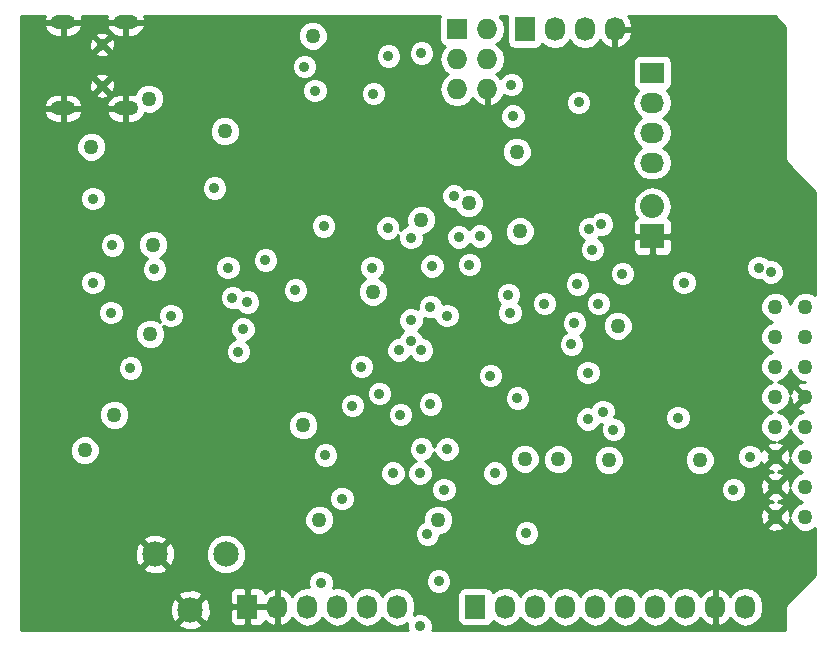
<source format=gbr>
G04 #@! TF.FileFunction,Copper,L3,Inr,Signal*
%FSLAX46Y46*%
G04 Gerber Fmt 4.6, Leading zero omitted, Abs format (unit mm)*
G04 Created by KiCad (PCBNEW (2015-01-06 BZR 5261)-product) date Thursday, April 09, 2015 'PMt' 11:27:51 PM*
%MOMM*%
G01*
G04 APERTURE LIST*
%ADD10C,0.152400*%
%ADD11C,1.270000*%
%ADD12C,2.150000*%
%ADD13R,1.727200X2.032000*%
%ADD14O,1.727200X2.032000*%
%ADD15R,2.032000X1.727200*%
%ADD16O,2.032000X1.727200*%
%ADD17R,2.032000X2.032000*%
%ADD18O,2.032000X2.032000*%
%ADD19O,2.100000X1.200000*%
%ADD20C,0.900000*%
%ADD21R,1.727200X1.727200*%
%ADD22O,1.727200X1.727200*%
%ADD23C,0.889000*%
%ADD24C,0.254000*%
G04 APERTURE END LIST*
D10*
D11*
X195326000Y-129413000D03*
X197866000Y-129413000D03*
X195326000Y-126873000D03*
X197866000Y-126873000D03*
X195326000Y-124333000D03*
X197866000Y-124333000D03*
X195326000Y-121793000D03*
X197866000Y-121793000D03*
X195326000Y-119253000D03*
X197866000Y-119253000D03*
X195326000Y-116713000D03*
X197866000Y-116713000D03*
X195326000Y-114173000D03*
X197866000Y-114173000D03*
X195326000Y-111633000D03*
X197866000Y-111633000D03*
D12*
X142796000Y-132588000D03*
X148796000Y-132588000D03*
X145796000Y-137288000D03*
D13*
X150622000Y-137033000D03*
D14*
X153162000Y-137033000D03*
X155702000Y-137033000D03*
X158242000Y-137033000D03*
X160782000Y-137033000D03*
X163322000Y-137033000D03*
D13*
X169926000Y-137033000D03*
D14*
X172466000Y-137033000D03*
X175006000Y-137033000D03*
X177546000Y-137033000D03*
X180086000Y-137033000D03*
X182626000Y-137033000D03*
X185166000Y-137033000D03*
X187706000Y-137033000D03*
X190246000Y-137033000D03*
X192786000Y-137033000D03*
D15*
X184912000Y-91821000D03*
D16*
X184912000Y-94361000D03*
X184912000Y-96901000D03*
X184912000Y-99441000D03*
D17*
X184912000Y-105664000D03*
D18*
X184912000Y-103124000D03*
D19*
X140323000Y-87536000D03*
X140323000Y-94836000D03*
X135023000Y-94836000D03*
X135023000Y-87536000D03*
D20*
X138323000Y-89436000D03*
X138323000Y-92936000D03*
D21*
X168402000Y-88138000D03*
D22*
X170942000Y-88138000D03*
X168402000Y-90678000D03*
X170942000Y-90678000D03*
X168402000Y-93218000D03*
X170942000Y-93218000D03*
D13*
X174117000Y-88138000D03*
D14*
X176657000Y-88138000D03*
X179197000Y-88138000D03*
X181737000Y-88138000D03*
D11*
X156718000Y-129667000D03*
X139344400Y-120802400D03*
X137414000Y-98094800D03*
X142290800Y-94030800D03*
X142392400Y-113944400D03*
X155346400Y-121666000D03*
X176936400Y-124561600D03*
X166776400Y-129692400D03*
X181203600Y-124612400D03*
X181965600Y-113233200D03*
X169367200Y-102870000D03*
X173685200Y-105257600D03*
X136855200Y-123799600D03*
X156159200Y-88696800D03*
X142646400Y-106375200D03*
X188925200Y-124612400D03*
X174091600Y-124506010D03*
X148717000Y-96774000D03*
X165354000Y-104267000D03*
X173434195Y-98506858D03*
X161243990Y-110363000D03*
D23*
X156768800Y-113690400D03*
X146558000Y-111887000D03*
X145669000Y-88011000D03*
X145542000Y-90678000D03*
X132715000Y-111252000D03*
X133477000Y-116840000D03*
X134620000Y-122936000D03*
X145034000Y-122555000D03*
X192278000Y-107950000D03*
X189103000Y-110490000D03*
X190754000Y-118999000D03*
X188112400Y-130708400D03*
X184200800Y-124815600D03*
X172669200Y-120700800D03*
X163728400Y-128778000D03*
X145491200Y-109372400D03*
X145694400Y-94183200D03*
X146253200Y-117805200D03*
X154940000Y-103835200D03*
X157480000Y-109169200D03*
X167640000Y-125120400D03*
X176936400Y-109829600D03*
X165709600Y-87782400D03*
X144018000Y-104800400D03*
X133553200Y-103632000D03*
X138633200Y-113588800D03*
X142646400Y-117094000D03*
X145846800Y-126644400D03*
X167944800Y-115570000D03*
X151003000Y-97282000D03*
X161036000Y-96139000D03*
X152273000Y-115443000D03*
X162306000Y-109220000D03*
X152400000Y-100711000D03*
X180594000Y-104648000D03*
X148971000Y-108331000D03*
X139192000Y-106426000D03*
X157226000Y-124206000D03*
X162941000Y-125730000D03*
X165227000Y-125730000D03*
X179578000Y-105029000D03*
X180340000Y-111379000D03*
X179451000Y-117221000D03*
X179451000Y-121158000D03*
X174244000Y-130810000D03*
X167259000Y-127127000D03*
X162560000Y-90424000D03*
X164465000Y-105791000D03*
X172974000Y-92837000D03*
X173098346Y-95503722D03*
X178562000Y-109728000D03*
X178308000Y-113030000D03*
X172847000Y-112141000D03*
X172720000Y-110617000D03*
X165354000Y-90170000D03*
X166116000Y-119888000D03*
X150241000Y-113538000D03*
X150622000Y-111252000D03*
X152146000Y-107696000D03*
X154686000Y-110236000D03*
X160274000Y-116713000D03*
X144145000Y-112395000D03*
X171577000Y-125730000D03*
X193167000Y-124333000D03*
X193929000Y-108331000D03*
X156845000Y-135001000D03*
X191770000Y-127127000D03*
X194945000Y-108712000D03*
X165354000Y-123698000D03*
X163576000Y-120777000D03*
X167509111Y-123701889D03*
X164465000Y-114554000D03*
X163449000Y-115316000D03*
X164465000Y-112776000D03*
X173482000Y-119380000D03*
X180721000Y-120523000D03*
X187071000Y-121031000D03*
X165354000Y-115316000D03*
X181610000Y-122047000D03*
X171196000Y-117475000D03*
X166116000Y-111633000D03*
X178054000Y-114808000D03*
X166243000Y-108204000D03*
X147828000Y-101600000D03*
X168529000Y-105727500D03*
X167513000Y-112395000D03*
X175768000Y-111379000D03*
X187579000Y-109601000D03*
X169418000Y-108077000D03*
X161163000Y-108331000D03*
X139065000Y-112141000D03*
X142748000Y-108458000D03*
X149352000Y-110871000D03*
X149860000Y-115443000D03*
X140716000Y-116840000D03*
X179832000Y-106807000D03*
X182372000Y-108839000D03*
X137541000Y-102489000D03*
X155448000Y-91313000D03*
X158635231Y-127876769D03*
X166814500Y-134874000D03*
X165862000Y-130873500D03*
X170307000Y-105664000D03*
X165227000Y-138684000D03*
X159512000Y-120015000D03*
X161798000Y-118999000D03*
X137541000Y-109601000D03*
X178663600Y-94335600D03*
X168097200Y-102260400D03*
X162509200Y-104952800D03*
X157073600Y-104800400D03*
X156337000Y-93345000D03*
X161290000Y-93599000D03*
D24*
G36*
X198059747Y-119267142D02*
X197880142Y-119446747D01*
X197866000Y-119432605D01*
X197157472Y-120141133D01*
X197211303Y-120370179D01*
X197651546Y-120522812D01*
X197614490Y-120522780D01*
X197147542Y-120715718D01*
X196789974Y-121072663D01*
X196596221Y-121539273D01*
X196596219Y-121541487D01*
X196403282Y-121074542D01*
X196046337Y-120716974D01*
X195579727Y-120523221D01*
X195577512Y-120523219D01*
X196044458Y-120330282D01*
X196402026Y-119973337D01*
X196595779Y-119506727D01*
X196595968Y-119289929D01*
X196613094Y-119580023D01*
X196748821Y-119907697D01*
X196977867Y-119961528D01*
X197686395Y-119253000D01*
X196977867Y-118544472D01*
X196748821Y-118598303D01*
X196596187Y-119038546D01*
X196596220Y-119001490D01*
X196403282Y-118534542D01*
X196046337Y-118176974D01*
X195579727Y-117983221D01*
X195577512Y-117983219D01*
X196044458Y-117790282D01*
X196402026Y-117433337D01*
X196595779Y-116966727D01*
X196595780Y-116964512D01*
X196788718Y-117431458D01*
X197145663Y-117789026D01*
X197612273Y-117982779D01*
X197829070Y-117982968D01*
X197538977Y-118000094D01*
X197211303Y-118135821D01*
X197157472Y-118364867D01*
X197866000Y-119073395D01*
X197880142Y-119059252D01*
X198059747Y-119238857D01*
X198045605Y-119253000D01*
X198059747Y-119267142D01*
X198059747Y-119267142D01*
G37*
X198059747Y-119267142D02*
X197880142Y-119446747D01*
X197866000Y-119432605D01*
X197157472Y-120141133D01*
X197211303Y-120370179D01*
X197651546Y-120522812D01*
X197614490Y-120522780D01*
X197147542Y-120715718D01*
X196789974Y-121072663D01*
X196596221Y-121539273D01*
X196596219Y-121541487D01*
X196403282Y-121074542D01*
X196046337Y-120716974D01*
X195579727Y-120523221D01*
X195577512Y-120523219D01*
X196044458Y-120330282D01*
X196402026Y-119973337D01*
X196595779Y-119506727D01*
X196595968Y-119289929D01*
X196613094Y-119580023D01*
X196748821Y-119907697D01*
X196977867Y-119961528D01*
X197686395Y-119253000D01*
X196977867Y-118544472D01*
X196748821Y-118598303D01*
X196596187Y-119038546D01*
X196596220Y-119001490D01*
X196403282Y-118534542D01*
X196046337Y-118176974D01*
X195579727Y-117983221D01*
X195577512Y-117983219D01*
X196044458Y-117790282D01*
X196402026Y-117433337D01*
X196595779Y-116966727D01*
X196595780Y-116964512D01*
X196788718Y-117431458D01*
X197145663Y-117789026D01*
X197612273Y-117982779D01*
X197829070Y-117982968D01*
X197538977Y-118000094D01*
X197211303Y-118135821D01*
X197157472Y-118364867D01*
X197866000Y-119073395D01*
X197880142Y-119059252D01*
X198059747Y-119238857D01*
X198045605Y-119253000D01*
X198059747Y-119267142D01*
G36*
X198705000Y-134336264D02*
X196365632Y-136675632D01*
X196217143Y-136897862D01*
X196165000Y-137160000D01*
X196165000Y-139015000D01*
X196034528Y-139015000D01*
X196034528Y-130301133D01*
X195326000Y-129592605D01*
X195146395Y-129772210D01*
X195146395Y-129413000D01*
X194437867Y-128704472D01*
X194208821Y-128758303D01*
X194043319Y-129235664D01*
X194073094Y-129740023D01*
X194208821Y-130067697D01*
X194437867Y-130121528D01*
X195146395Y-129413000D01*
X195146395Y-129772210D01*
X194617472Y-130301133D01*
X194671303Y-130530179D01*
X195148664Y-130695681D01*
X195653023Y-130665906D01*
X195980697Y-130530179D01*
X196034528Y-130301133D01*
X196034528Y-139015000D01*
X194284600Y-139015000D01*
X194284600Y-137217745D01*
X194284600Y-136848255D01*
X194170526Y-136274766D01*
X193845670Y-135788585D01*
X193359489Y-135463729D01*
X192849687Y-135362323D01*
X192849687Y-126913216D01*
X192685689Y-126516311D01*
X192382286Y-126212378D01*
X191985668Y-126047687D01*
X191556216Y-126047313D01*
X191159311Y-126211311D01*
X190855378Y-126514714D01*
X190690687Y-126911332D01*
X190690313Y-127340784D01*
X190854311Y-127737689D01*
X191157714Y-128041622D01*
X191554332Y-128206313D01*
X191983784Y-128206687D01*
X192380689Y-128042689D01*
X192684622Y-127739286D01*
X192849313Y-127342668D01*
X192849687Y-126913216D01*
X192849687Y-135362323D01*
X192786000Y-135349655D01*
X192212511Y-135463729D01*
X191726330Y-135788585D01*
X191519539Y-136098069D01*
X191148036Y-135682268D01*
X190620791Y-135428291D01*
X190605026Y-135425642D01*
X190373000Y-135546783D01*
X190373000Y-136906000D01*
X190393000Y-136906000D01*
X190393000Y-137160000D01*
X190373000Y-137160000D01*
X190373000Y-138519217D01*
X190605026Y-138640358D01*
X190620791Y-138637709D01*
X191148036Y-138383732D01*
X191519539Y-137967930D01*
X191726330Y-138277415D01*
X192212511Y-138602271D01*
X192786000Y-138716345D01*
X193359489Y-138602271D01*
X193845670Y-138277415D01*
X194170526Y-137791234D01*
X194284600Y-137217745D01*
X194284600Y-139015000D01*
X190195420Y-139015000D01*
X190195420Y-124360890D01*
X190002482Y-123893942D01*
X189645537Y-123536374D01*
X189178927Y-123342621D01*
X188673690Y-123342180D01*
X188658687Y-123348379D01*
X188658687Y-109387216D01*
X188494689Y-108990311D01*
X188191286Y-108686378D01*
X187794668Y-108521687D01*
X187365216Y-108521313D01*
X186968311Y-108685311D01*
X186664378Y-108988714D01*
X186595345Y-109154963D01*
X186595345Y-99441000D01*
X186481271Y-98867511D01*
X186156415Y-98381330D01*
X185841634Y-98171000D01*
X186156415Y-97960670D01*
X186481271Y-97474489D01*
X186595345Y-96901000D01*
X186481271Y-96327511D01*
X186156415Y-95841330D01*
X185841634Y-95631000D01*
X186156415Y-95420670D01*
X186481271Y-94934489D01*
X186595345Y-94361000D01*
X186481271Y-93787511D01*
X186156415Y-93301330D01*
X186140632Y-93290784D01*
X186170123Y-93285063D01*
X186382927Y-93145273D01*
X186525377Y-92934240D01*
X186575440Y-92684600D01*
X186575440Y-90957400D01*
X186528463Y-90715277D01*
X186388673Y-90502473D01*
X186177640Y-90360023D01*
X185928000Y-90309960D01*
X183896000Y-90309960D01*
X183653877Y-90356937D01*
X183441073Y-90496727D01*
X183298623Y-90707760D01*
X183248560Y-90957400D01*
X183248560Y-92684600D01*
X183295537Y-92926723D01*
X183435327Y-93139527D01*
X183646360Y-93281977D01*
X183684962Y-93289718D01*
X183667585Y-93301330D01*
X183342729Y-93787511D01*
X183228655Y-94361000D01*
X183342729Y-94934489D01*
X183667585Y-95420670D01*
X183982365Y-95631000D01*
X183667585Y-95841330D01*
X183342729Y-96327511D01*
X183228655Y-96901000D01*
X183342729Y-97474489D01*
X183667585Y-97960670D01*
X183982365Y-98171000D01*
X183667585Y-98381330D01*
X183342729Y-98867511D01*
X183228655Y-99441000D01*
X183342729Y-100014489D01*
X183667585Y-100500670D01*
X184153766Y-100825526D01*
X184727255Y-100939600D01*
X185096745Y-100939600D01*
X185670234Y-100825526D01*
X186156415Y-100500670D01*
X186481271Y-100014489D01*
X186595345Y-99441000D01*
X186595345Y-109154963D01*
X186563000Y-109232858D01*
X186563000Y-106806309D01*
X186563000Y-105949750D01*
X186563000Y-105378250D01*
X186563000Y-104521691D01*
X186466327Y-104288302D01*
X186287699Y-104109673D01*
X186236628Y-104088518D01*
X186437325Y-103788155D01*
X186563000Y-103156345D01*
X186563000Y-103091655D01*
X186437325Y-102459845D01*
X186079433Y-101924222D01*
X185543810Y-101566330D01*
X184912000Y-101440655D01*
X184280190Y-101566330D01*
X183744567Y-101924222D01*
X183386675Y-102459845D01*
X183261000Y-103091655D01*
X183261000Y-103156345D01*
X183386675Y-103788155D01*
X183587371Y-104088518D01*
X183536301Y-104109673D01*
X183357673Y-104288302D01*
X183261000Y-104521691D01*
X183261000Y-105378250D01*
X183419750Y-105537000D01*
X184785000Y-105537000D01*
X184785000Y-105517000D01*
X185039000Y-105517000D01*
X185039000Y-105537000D01*
X186404250Y-105537000D01*
X186563000Y-105378250D01*
X186563000Y-105949750D01*
X186404250Y-105791000D01*
X185039000Y-105791000D01*
X185039000Y-107156250D01*
X185197750Y-107315000D01*
X185801691Y-107315000D01*
X186054310Y-107315000D01*
X186287699Y-107218327D01*
X186466327Y-107039698D01*
X186563000Y-106806309D01*
X186563000Y-109232858D01*
X186499687Y-109385332D01*
X186499313Y-109814784D01*
X186663311Y-110211689D01*
X186966714Y-110515622D01*
X187363332Y-110680313D01*
X187792784Y-110680687D01*
X188189689Y-110516689D01*
X188493622Y-110213286D01*
X188658313Y-109816668D01*
X188658687Y-109387216D01*
X188658687Y-123348379D01*
X188206742Y-123535118D01*
X188150687Y-123591075D01*
X188150687Y-120817216D01*
X187986689Y-120420311D01*
X187683286Y-120116378D01*
X187286668Y-119951687D01*
X186857216Y-119951313D01*
X186460311Y-120115311D01*
X186156378Y-120418714D01*
X185991687Y-120815332D01*
X185991313Y-121244784D01*
X186155311Y-121641689D01*
X186458714Y-121945622D01*
X186855332Y-122110313D01*
X187284784Y-122110687D01*
X187681689Y-121946689D01*
X187985622Y-121643286D01*
X188150313Y-121246668D01*
X188150687Y-120817216D01*
X188150687Y-123591075D01*
X187849174Y-123892063D01*
X187655421Y-124358673D01*
X187654980Y-124863910D01*
X187847918Y-125330858D01*
X188204863Y-125688426D01*
X188671473Y-125882179D01*
X189176710Y-125882620D01*
X189643658Y-125689682D01*
X190001226Y-125332737D01*
X190194979Y-124866127D01*
X190195420Y-124360890D01*
X190195420Y-139015000D01*
X190119000Y-139015000D01*
X190119000Y-138519217D01*
X190119000Y-137160000D01*
X190099000Y-137160000D01*
X190099000Y-136906000D01*
X190119000Y-136906000D01*
X190119000Y-135546783D01*
X189886974Y-135425642D01*
X189871209Y-135428291D01*
X189343964Y-135682268D01*
X188972460Y-136098069D01*
X188765670Y-135788585D01*
X188279489Y-135463729D01*
X187706000Y-135349655D01*
X187132511Y-135463729D01*
X186646330Y-135788585D01*
X186436000Y-136103365D01*
X186225670Y-135788585D01*
X185739489Y-135463729D01*
X185166000Y-135349655D01*
X184785000Y-135425440D01*
X184785000Y-107156250D01*
X184785000Y-105791000D01*
X183419750Y-105791000D01*
X183261000Y-105949750D01*
X183261000Y-106806309D01*
X183357673Y-107039698D01*
X183536301Y-107218327D01*
X183769690Y-107315000D01*
X184022309Y-107315000D01*
X184626250Y-107315000D01*
X184785000Y-107156250D01*
X184785000Y-135425440D01*
X184592511Y-135463729D01*
X184106330Y-135788585D01*
X183896000Y-136103365D01*
X183685670Y-135788585D01*
X183451687Y-135632242D01*
X183451687Y-108625216D01*
X183287689Y-108228311D01*
X183222184Y-108162691D01*
X183222184Y-88499913D01*
X183077924Y-88265000D01*
X181864000Y-88265000D01*
X181864000Y-89624217D01*
X182096026Y-89745358D01*
X182111791Y-89742709D01*
X182639036Y-89488732D01*
X183028954Y-89052320D01*
X183222184Y-88499913D01*
X183222184Y-108162691D01*
X182984286Y-107924378D01*
X182587668Y-107759687D01*
X182158216Y-107759313D01*
X181761311Y-107923311D01*
X181673687Y-108010782D01*
X181673687Y-104434216D01*
X181509689Y-104037311D01*
X181206286Y-103733378D01*
X180809668Y-103568687D01*
X180380216Y-103568313D01*
X179983311Y-103732311D01*
X179765579Y-103949662D01*
X179743287Y-103949642D01*
X179743287Y-94121816D01*
X179579289Y-93724911D01*
X179275886Y-93420978D01*
X178879268Y-93256287D01*
X178449816Y-93255913D01*
X178052911Y-93419911D01*
X177748978Y-93723314D01*
X177584287Y-94119932D01*
X177583913Y-94549384D01*
X177747911Y-94946289D01*
X178051314Y-95250222D01*
X178447932Y-95414913D01*
X178877384Y-95415287D01*
X179274289Y-95251289D01*
X179578222Y-94947886D01*
X179742913Y-94551268D01*
X179743287Y-94121816D01*
X179743287Y-103949642D01*
X179364216Y-103949313D01*
X178967311Y-104113311D01*
X178663378Y-104416714D01*
X178498687Y-104813332D01*
X178498313Y-105242784D01*
X178662311Y-105639689D01*
X178965714Y-105943622D01*
X179109216Y-106003209D01*
X178917378Y-106194714D01*
X178752687Y-106591332D01*
X178752313Y-107020784D01*
X178916311Y-107417689D01*
X179219714Y-107721622D01*
X179616332Y-107886313D01*
X180045784Y-107886687D01*
X180442689Y-107722689D01*
X180746622Y-107419286D01*
X180911313Y-107022668D01*
X180911687Y-106593216D01*
X180747689Y-106196311D01*
X180444286Y-105892378D01*
X180300783Y-105832790D01*
X180406420Y-105727337D01*
X180807784Y-105727687D01*
X181204689Y-105563689D01*
X181508622Y-105260286D01*
X181673313Y-104863668D01*
X181673687Y-104434216D01*
X181673687Y-108010782D01*
X181457378Y-108226714D01*
X181292687Y-108623332D01*
X181292313Y-109052784D01*
X181456311Y-109449689D01*
X181759714Y-109753622D01*
X182156332Y-109918313D01*
X182585784Y-109918687D01*
X182982689Y-109754689D01*
X183286622Y-109451286D01*
X183451313Y-109054668D01*
X183451687Y-108625216D01*
X183451687Y-135632242D01*
X183235820Y-135488004D01*
X183235820Y-112981690D01*
X183042882Y-112514742D01*
X182685937Y-112157174D01*
X182219327Y-111963421D01*
X181714090Y-111962980D01*
X181419687Y-112084624D01*
X181419687Y-111165216D01*
X181255689Y-110768311D01*
X180952286Y-110464378D01*
X180555668Y-110299687D01*
X180126216Y-110299313D01*
X179729311Y-110463311D01*
X179641687Y-110550782D01*
X179641687Y-109514216D01*
X179477689Y-109117311D01*
X179174286Y-108813378D01*
X178777668Y-108648687D01*
X178348216Y-108648313D01*
X177951311Y-108812311D01*
X177647378Y-109115714D01*
X177482687Y-109512332D01*
X177482313Y-109941784D01*
X177646311Y-110338689D01*
X177949714Y-110642622D01*
X178346332Y-110807313D01*
X178775784Y-110807687D01*
X179172689Y-110643689D01*
X179476622Y-110340286D01*
X179641313Y-109943668D01*
X179641687Y-109514216D01*
X179641687Y-110550782D01*
X179425378Y-110766714D01*
X179260687Y-111163332D01*
X179260313Y-111592784D01*
X179424311Y-111989689D01*
X179727714Y-112293622D01*
X180124332Y-112458313D01*
X180553784Y-112458687D01*
X180950689Y-112294689D01*
X181254622Y-111991286D01*
X181419313Y-111594668D01*
X181419687Y-111165216D01*
X181419687Y-112084624D01*
X181247142Y-112155918D01*
X180889574Y-112512863D01*
X180695821Y-112979473D01*
X180695380Y-113484710D01*
X180888318Y-113951658D01*
X181245263Y-114309226D01*
X181711873Y-114502979D01*
X182217110Y-114503420D01*
X182684058Y-114310482D01*
X183041626Y-113953537D01*
X183235379Y-113486927D01*
X183235820Y-112981690D01*
X183235820Y-135488004D01*
X183199489Y-135463729D01*
X182689687Y-135362323D01*
X182689687Y-121833216D01*
X182525689Y-121436311D01*
X182222286Y-121132378D01*
X181825668Y-120967687D01*
X181705259Y-120967582D01*
X181800313Y-120738668D01*
X181800687Y-120309216D01*
X181636689Y-119912311D01*
X181333286Y-119608378D01*
X180936668Y-119443687D01*
X180530687Y-119443333D01*
X180530687Y-117007216D01*
X180366689Y-116610311D01*
X180063286Y-116306378D01*
X179666668Y-116141687D01*
X179387687Y-116141444D01*
X179387687Y-112816216D01*
X179223689Y-112419311D01*
X178920286Y-112115378D01*
X178523668Y-111950687D01*
X178094216Y-111950313D01*
X177697311Y-112114311D01*
X177393378Y-112417714D01*
X177228687Y-112814332D01*
X177228313Y-113243784D01*
X177392311Y-113640689D01*
X177585036Y-113833751D01*
X177443311Y-113892311D01*
X177139378Y-114195714D01*
X176974687Y-114592332D01*
X176974313Y-115021784D01*
X177138311Y-115418689D01*
X177441714Y-115722622D01*
X177838332Y-115887313D01*
X178267784Y-115887687D01*
X178664689Y-115723689D01*
X178968622Y-115420286D01*
X179133313Y-115023668D01*
X179133687Y-114594216D01*
X178969689Y-114197311D01*
X178776963Y-114004248D01*
X178918689Y-113945689D01*
X179222622Y-113642286D01*
X179387313Y-113245668D01*
X179387687Y-112816216D01*
X179387687Y-116141444D01*
X179237216Y-116141313D01*
X178840311Y-116305311D01*
X178536378Y-116608714D01*
X178371687Y-117005332D01*
X178371313Y-117434784D01*
X178535311Y-117831689D01*
X178838714Y-118135622D01*
X179235332Y-118300313D01*
X179664784Y-118300687D01*
X180061689Y-118136689D01*
X180365622Y-117833286D01*
X180530313Y-117436668D01*
X180530687Y-117007216D01*
X180530687Y-119443333D01*
X180507216Y-119443313D01*
X180110311Y-119607311D01*
X179806378Y-119910714D01*
X179726340Y-120103465D01*
X179666668Y-120078687D01*
X179237216Y-120078313D01*
X178840311Y-120242311D01*
X178536378Y-120545714D01*
X178371687Y-120942332D01*
X178371313Y-121371784D01*
X178535311Y-121768689D01*
X178838714Y-122072622D01*
X179235332Y-122237313D01*
X179664784Y-122237687D01*
X180061689Y-122073689D01*
X180365622Y-121770286D01*
X180445659Y-121577534D01*
X180505332Y-121602313D01*
X180625740Y-121602417D01*
X180530687Y-121831332D01*
X180530313Y-122260784D01*
X180694311Y-122657689D01*
X180997714Y-122961622D01*
X181394332Y-123126313D01*
X181823784Y-123126687D01*
X182220689Y-122962689D01*
X182524622Y-122659286D01*
X182689313Y-122262668D01*
X182689687Y-121833216D01*
X182689687Y-135362323D01*
X182626000Y-135349655D01*
X182473820Y-135379925D01*
X182473820Y-124360890D01*
X182280882Y-123893942D01*
X181923937Y-123536374D01*
X181457327Y-123342621D01*
X180952090Y-123342180D01*
X180485142Y-123535118D01*
X180127574Y-123892063D01*
X179933821Y-124358673D01*
X179933380Y-124863910D01*
X180126318Y-125330858D01*
X180483263Y-125688426D01*
X180949873Y-125882179D01*
X181455110Y-125882620D01*
X181922058Y-125689682D01*
X182279626Y-125332737D01*
X182473379Y-124866127D01*
X182473820Y-124360890D01*
X182473820Y-135379925D01*
X182052511Y-135463729D01*
X181566330Y-135788585D01*
X181356000Y-136103365D01*
X181145670Y-135788585D01*
X180659489Y-135463729D01*
X180086000Y-135349655D01*
X179512511Y-135463729D01*
X179026330Y-135788585D01*
X178816000Y-136103365D01*
X178605670Y-135788585D01*
X178206620Y-135521948D01*
X178206620Y-124310090D01*
X178013682Y-123843142D01*
X177656737Y-123485574D01*
X177190127Y-123291821D01*
X176847687Y-123291522D01*
X176847687Y-111165216D01*
X176683689Y-110768311D01*
X176380286Y-110464378D01*
X175983668Y-110299687D01*
X175554216Y-110299313D01*
X175157311Y-110463311D01*
X174955420Y-110664849D01*
X174955420Y-105006090D01*
X174762482Y-104539142D01*
X174704415Y-104480973D01*
X174704415Y-98255348D01*
X174511477Y-97788400D01*
X174178033Y-97454374D01*
X174178033Y-95289938D01*
X174014035Y-94893033D01*
X173710632Y-94589100D01*
X173314014Y-94424409D01*
X172884562Y-94424035D01*
X172487657Y-94588033D01*
X172183724Y-94891436D01*
X172019033Y-95288054D01*
X172018659Y-95717506D01*
X172182657Y-96114411D01*
X172486060Y-96418344D01*
X172882678Y-96583035D01*
X173312130Y-96583409D01*
X173709035Y-96419411D01*
X174012968Y-96116008D01*
X174177659Y-95719390D01*
X174178033Y-95289938D01*
X174178033Y-97454374D01*
X174154532Y-97430832D01*
X173687922Y-97237079D01*
X173182685Y-97236638D01*
X172715737Y-97429576D01*
X172358169Y-97786521D01*
X172164416Y-98253131D01*
X172163975Y-98758368D01*
X172356913Y-99225316D01*
X172713858Y-99582884D01*
X173180468Y-99776637D01*
X173685705Y-99777078D01*
X174152653Y-99584140D01*
X174510221Y-99227195D01*
X174703974Y-98760585D01*
X174704415Y-98255348D01*
X174704415Y-104480973D01*
X174405537Y-104181574D01*
X173938927Y-103987821D01*
X173433690Y-103987380D01*
X172966742Y-104180318D01*
X172609174Y-104537263D01*
X172415421Y-105003873D01*
X172414980Y-105509110D01*
X172607918Y-105976058D01*
X172964863Y-106333626D01*
X173431473Y-106527379D01*
X173936710Y-106527820D01*
X174403658Y-106334882D01*
X174761226Y-105977937D01*
X174954979Y-105511327D01*
X174955420Y-105006090D01*
X174955420Y-110664849D01*
X174853378Y-110766714D01*
X174688687Y-111163332D01*
X174688313Y-111592784D01*
X174852311Y-111989689D01*
X175155714Y-112293622D01*
X175552332Y-112458313D01*
X175981784Y-112458687D01*
X176378689Y-112294689D01*
X176682622Y-111991286D01*
X176847313Y-111594668D01*
X176847687Y-111165216D01*
X176847687Y-123291522D01*
X176684890Y-123291380D01*
X176217942Y-123484318D01*
X175860374Y-123841263D01*
X175666621Y-124307873D01*
X175666180Y-124813110D01*
X175859118Y-125280058D01*
X176216063Y-125637626D01*
X176682673Y-125831379D01*
X177187910Y-125831820D01*
X177654858Y-125638882D01*
X178012426Y-125281937D01*
X178206179Y-124815327D01*
X178206620Y-124310090D01*
X178206620Y-135521948D01*
X178119489Y-135463729D01*
X177546000Y-135349655D01*
X176972511Y-135463729D01*
X176486330Y-135788585D01*
X176276000Y-136103365D01*
X176065670Y-135788585D01*
X175579489Y-135463729D01*
X175361820Y-135420431D01*
X175361820Y-124254500D01*
X175168882Y-123787552D01*
X174811937Y-123429984D01*
X174561687Y-123326071D01*
X174561687Y-119166216D01*
X174397689Y-118769311D01*
X174094286Y-118465378D01*
X173926687Y-118395784D01*
X173926687Y-111927216D01*
X173762689Y-111530311D01*
X173548254Y-111315502D01*
X173634622Y-111229286D01*
X173799313Y-110832668D01*
X173799687Y-110403216D01*
X173635689Y-110006311D01*
X173332286Y-109702378D01*
X172935668Y-109537687D01*
X172506216Y-109537313D01*
X172109311Y-109701311D01*
X171805378Y-110004714D01*
X171640687Y-110401332D01*
X171640313Y-110830784D01*
X171804311Y-111227689D01*
X172018745Y-111442497D01*
X171932378Y-111528714D01*
X171767687Y-111925332D01*
X171767313Y-112354784D01*
X171931311Y-112751689D01*
X172234714Y-113055622D01*
X172631332Y-113220313D01*
X173060784Y-113220687D01*
X173457689Y-113056689D01*
X173761622Y-112753286D01*
X173926313Y-112356668D01*
X173926687Y-111927216D01*
X173926687Y-118395784D01*
X173697668Y-118300687D01*
X173268216Y-118300313D01*
X172871311Y-118464311D01*
X172567378Y-118767714D01*
X172402687Y-119164332D01*
X172402313Y-119593784D01*
X172566311Y-119990689D01*
X172869714Y-120294622D01*
X173266332Y-120459313D01*
X173695784Y-120459687D01*
X174092689Y-120295689D01*
X174396622Y-119992286D01*
X174561313Y-119595668D01*
X174561687Y-119166216D01*
X174561687Y-123326071D01*
X174345327Y-123236231D01*
X173840090Y-123235790D01*
X173373142Y-123428728D01*
X173015574Y-123785673D01*
X172821821Y-124252283D01*
X172821380Y-124757520D01*
X173014318Y-125224468D01*
X173371263Y-125582036D01*
X173837873Y-125775789D01*
X174343110Y-125776230D01*
X174810058Y-125583292D01*
X175167626Y-125226347D01*
X175361379Y-124759737D01*
X175361820Y-124254500D01*
X175361820Y-135420431D01*
X175323687Y-135412846D01*
X175323687Y-130596216D01*
X175159689Y-130199311D01*
X174856286Y-129895378D01*
X174459668Y-129730687D01*
X174030216Y-129730313D01*
X173633311Y-129894311D01*
X173329378Y-130197714D01*
X173164687Y-130594332D01*
X173164313Y-131023784D01*
X173328311Y-131420689D01*
X173631714Y-131724622D01*
X174028332Y-131889313D01*
X174457784Y-131889687D01*
X174854689Y-131725689D01*
X175158622Y-131422286D01*
X175323313Y-131025668D01*
X175323687Y-130596216D01*
X175323687Y-135412846D01*
X175006000Y-135349655D01*
X174432511Y-135463729D01*
X173946330Y-135788585D01*
X173736000Y-136103365D01*
X173525670Y-135788585D01*
X173039489Y-135463729D01*
X172656687Y-135387584D01*
X172656687Y-125516216D01*
X172492689Y-125119311D01*
X172275687Y-124901929D01*
X172275687Y-117261216D01*
X172111689Y-116864311D01*
X171808286Y-116560378D01*
X171411668Y-116395687D01*
X171386687Y-116395665D01*
X171386687Y-105450216D01*
X171222689Y-105053311D01*
X170919286Y-104749378D01*
X170637420Y-104632336D01*
X170637420Y-102618490D01*
X170444482Y-102151542D01*
X170087537Y-101793974D01*
X169620927Y-101600221D01*
X169115690Y-101599780D01*
X169007620Y-101644433D01*
X168709486Y-101345778D01*
X168312868Y-101181087D01*
X167883416Y-101180713D01*
X167486511Y-101344711D01*
X167182578Y-101648114D01*
X167017887Y-102044732D01*
X167017513Y-102474184D01*
X167181511Y-102871089D01*
X167484914Y-103175022D01*
X167881532Y-103339713D01*
X168187249Y-103339979D01*
X168289918Y-103588458D01*
X168646863Y-103946026D01*
X169113473Y-104139779D01*
X169618710Y-104140220D01*
X170085658Y-103947282D01*
X170443226Y-103590337D01*
X170636979Y-103123727D01*
X170637420Y-102618490D01*
X170637420Y-104632336D01*
X170522668Y-104584687D01*
X170093216Y-104584313D01*
X169696311Y-104748311D01*
X169392378Y-105051714D01*
X169388655Y-105060679D01*
X169141286Y-104812878D01*
X168744668Y-104648187D01*
X168315216Y-104647813D01*
X167918311Y-104811811D01*
X167614378Y-105115214D01*
X167449687Y-105511832D01*
X167449313Y-105941284D01*
X167613311Y-106338189D01*
X167916714Y-106642122D01*
X168313332Y-106806813D01*
X168742784Y-106807187D01*
X169139689Y-106643189D01*
X169443622Y-106339786D01*
X169447344Y-106330820D01*
X169694714Y-106578622D01*
X170091332Y-106743313D01*
X170520784Y-106743687D01*
X170917689Y-106579689D01*
X171221622Y-106276286D01*
X171386313Y-105879668D01*
X171386687Y-105450216D01*
X171386687Y-116395665D01*
X170982216Y-116395313D01*
X170585311Y-116559311D01*
X170497687Y-116646782D01*
X170497687Y-107863216D01*
X170333689Y-107466311D01*
X170030286Y-107162378D01*
X169633668Y-106997687D01*
X169204216Y-106997313D01*
X168807311Y-107161311D01*
X168503378Y-107464714D01*
X168338687Y-107861332D01*
X168338313Y-108290784D01*
X168502311Y-108687689D01*
X168805714Y-108991622D01*
X169202332Y-109156313D01*
X169631784Y-109156687D01*
X170028689Y-108992689D01*
X170332622Y-108689286D01*
X170497313Y-108292668D01*
X170497687Y-107863216D01*
X170497687Y-116646782D01*
X170281378Y-116862714D01*
X170116687Y-117259332D01*
X170116313Y-117688784D01*
X170280311Y-118085689D01*
X170583714Y-118389622D01*
X170980332Y-118554313D01*
X171409784Y-118554687D01*
X171806689Y-118390689D01*
X172110622Y-118087286D01*
X172275313Y-117690668D01*
X172275687Y-117261216D01*
X172275687Y-124901929D01*
X172189286Y-124815378D01*
X171792668Y-124650687D01*
X171363216Y-124650313D01*
X170966311Y-124814311D01*
X170662378Y-125117714D01*
X170497687Y-125514332D01*
X170497313Y-125943784D01*
X170661311Y-126340689D01*
X170964714Y-126644622D01*
X171361332Y-126809313D01*
X171790784Y-126809687D01*
X172187689Y-126645689D01*
X172491622Y-126342286D01*
X172656313Y-125945668D01*
X172656687Y-125516216D01*
X172656687Y-135387584D01*
X172466000Y-135349655D01*
X171892511Y-135463729D01*
X171406330Y-135788585D01*
X171395784Y-135804367D01*
X171390063Y-135774877D01*
X171250273Y-135562073D01*
X171039240Y-135419623D01*
X170789600Y-135369560D01*
X169062400Y-135369560D01*
X168820277Y-135416537D01*
X168607473Y-135556327D01*
X168592687Y-135578231D01*
X168592687Y-112181216D01*
X168428689Y-111784311D01*
X168125286Y-111480378D01*
X167728668Y-111315687D01*
X167322687Y-111315333D01*
X167322687Y-107990216D01*
X167158689Y-107593311D01*
X166855286Y-107289378D01*
X166624220Y-107193430D01*
X166624220Y-104015490D01*
X166433687Y-103554362D01*
X166433687Y-89956216D01*
X166269689Y-89559311D01*
X165966286Y-89255378D01*
X165569668Y-89090687D01*
X165140216Y-89090313D01*
X164743311Y-89254311D01*
X164439378Y-89557714D01*
X164274687Y-89954332D01*
X164274313Y-90383784D01*
X164438311Y-90780689D01*
X164741714Y-91084622D01*
X165138332Y-91249313D01*
X165567784Y-91249687D01*
X165964689Y-91085689D01*
X166268622Y-90782286D01*
X166433313Y-90385668D01*
X166433687Y-89956216D01*
X166433687Y-103554362D01*
X166431282Y-103548542D01*
X166074337Y-103190974D01*
X165607727Y-102997221D01*
X165102490Y-102996780D01*
X164635542Y-103189718D01*
X164277974Y-103546663D01*
X164084221Y-104013273D01*
X164083780Y-104518510D01*
X164176243Y-104742290D01*
X163854311Y-104875311D01*
X163639687Y-105089560D01*
X163639687Y-90210216D01*
X163475689Y-89813311D01*
X163172286Y-89509378D01*
X162775668Y-89344687D01*
X162346216Y-89344313D01*
X161949311Y-89508311D01*
X161645378Y-89811714D01*
X161480687Y-90208332D01*
X161480313Y-90637784D01*
X161644311Y-91034689D01*
X161947714Y-91338622D01*
X162344332Y-91503313D01*
X162773784Y-91503687D01*
X163170689Y-91339689D01*
X163474622Y-91036286D01*
X163639313Y-90639668D01*
X163639687Y-90210216D01*
X163639687Y-105089560D01*
X163588537Y-105140621D01*
X163588887Y-104739016D01*
X163424889Y-104342111D01*
X163121486Y-104038178D01*
X162724868Y-103873487D01*
X162369687Y-103873177D01*
X162369687Y-93385216D01*
X162205689Y-92988311D01*
X161902286Y-92684378D01*
X161505668Y-92519687D01*
X161076216Y-92519313D01*
X160679311Y-92683311D01*
X160375378Y-92986714D01*
X160210687Y-93383332D01*
X160210313Y-93812784D01*
X160374311Y-94209689D01*
X160677714Y-94513622D01*
X161074332Y-94678313D01*
X161503784Y-94678687D01*
X161900689Y-94514689D01*
X162204622Y-94211286D01*
X162369313Y-93814668D01*
X162369687Y-93385216D01*
X162369687Y-103873177D01*
X162295416Y-103873113D01*
X161898511Y-104037111D01*
X161594578Y-104340514D01*
X161429887Y-104737132D01*
X161429513Y-105166584D01*
X161593511Y-105563489D01*
X161896914Y-105867422D01*
X162293532Y-106032113D01*
X162722984Y-106032487D01*
X163119889Y-105868489D01*
X163385662Y-105603178D01*
X163385313Y-106004784D01*
X163549311Y-106401689D01*
X163852714Y-106705622D01*
X164249332Y-106870313D01*
X164678784Y-106870687D01*
X165075689Y-106706689D01*
X165379622Y-106403286D01*
X165544313Y-106006668D01*
X165544687Y-105577216D01*
X165528133Y-105537152D01*
X165605510Y-105537220D01*
X166072458Y-105344282D01*
X166430026Y-104987337D01*
X166623779Y-104520727D01*
X166624220Y-104015490D01*
X166624220Y-107193430D01*
X166458668Y-107124687D01*
X166029216Y-107124313D01*
X165632311Y-107288311D01*
X165328378Y-107591714D01*
X165163687Y-107988332D01*
X165163313Y-108417784D01*
X165327311Y-108814689D01*
X165630714Y-109118622D01*
X166027332Y-109283313D01*
X166456784Y-109283687D01*
X166853689Y-109119689D01*
X167157622Y-108816286D01*
X167322313Y-108419668D01*
X167322687Y-107990216D01*
X167322687Y-111315333D01*
X167299216Y-111315313D01*
X167174113Y-111367004D01*
X167031689Y-111022311D01*
X166728286Y-110718378D01*
X166331668Y-110553687D01*
X165902216Y-110553313D01*
X165505311Y-110717311D01*
X165201378Y-111020714D01*
X165036687Y-111417332D01*
X165036315Y-111844365D01*
X164680668Y-111696687D01*
X164251216Y-111696313D01*
X163854311Y-111860311D01*
X163550378Y-112163714D01*
X163385687Y-112560332D01*
X163385313Y-112989784D01*
X163549311Y-113386689D01*
X163827355Y-113665219D01*
X163550378Y-113941714D01*
X163427979Y-114236480D01*
X163235216Y-114236313D01*
X162838311Y-114400311D01*
X162534378Y-114703714D01*
X162514210Y-114752283D01*
X162514210Y-110111490D01*
X162321272Y-109644542D01*
X161964327Y-109286974D01*
X161801191Y-109219234D01*
X162077622Y-108943286D01*
X162242313Y-108546668D01*
X162242687Y-108117216D01*
X162078689Y-107720311D01*
X161775286Y-107416378D01*
X161378668Y-107251687D01*
X160949216Y-107251313D01*
X160552311Y-107415311D01*
X160248378Y-107718714D01*
X160083687Y-108115332D01*
X160083313Y-108544784D01*
X160247311Y-108941689D01*
X160550714Y-109245622D01*
X160586554Y-109260504D01*
X160525532Y-109285718D01*
X160167964Y-109642663D01*
X159974211Y-110109273D01*
X159973770Y-110614510D01*
X160166708Y-111081458D01*
X160523653Y-111439026D01*
X160990263Y-111632779D01*
X161495500Y-111633220D01*
X161962448Y-111440282D01*
X162320016Y-111083337D01*
X162513769Y-110616727D01*
X162514210Y-110111490D01*
X162514210Y-114752283D01*
X162369687Y-115100332D01*
X162369313Y-115529784D01*
X162533311Y-115926689D01*
X162836714Y-116230622D01*
X163233332Y-116395313D01*
X163662784Y-116395687D01*
X164059689Y-116231689D01*
X164363622Y-115928286D01*
X164401389Y-115837332D01*
X164438311Y-115926689D01*
X164741714Y-116230622D01*
X165138332Y-116395313D01*
X165567784Y-116395687D01*
X165964689Y-116231689D01*
X166268622Y-115928286D01*
X166433313Y-115531668D01*
X166433687Y-115102216D01*
X166269689Y-114705311D01*
X165966286Y-114401378D01*
X165569668Y-114236687D01*
X165501885Y-114236627D01*
X165380689Y-113943311D01*
X165102644Y-113664780D01*
X165379622Y-113388286D01*
X165544313Y-112991668D01*
X165544684Y-112564634D01*
X165900332Y-112712313D01*
X166329784Y-112712687D01*
X166454886Y-112660995D01*
X166597311Y-113005689D01*
X166900714Y-113309622D01*
X167297332Y-113474313D01*
X167726784Y-113474687D01*
X168123689Y-113310689D01*
X168427622Y-113007286D01*
X168592313Y-112610668D01*
X168592687Y-112181216D01*
X168592687Y-135578231D01*
X168588798Y-135583993D01*
X168588798Y-123488105D01*
X168424800Y-123091200D01*
X168121397Y-122787267D01*
X167724779Y-122622576D01*
X167295327Y-122622202D01*
X167195687Y-122663372D01*
X167195687Y-119674216D01*
X167031689Y-119277311D01*
X166728286Y-118973378D01*
X166331668Y-118808687D01*
X165902216Y-118808313D01*
X165505311Y-118972311D01*
X165201378Y-119275714D01*
X165036687Y-119672332D01*
X165036313Y-120101784D01*
X165200311Y-120498689D01*
X165503714Y-120802622D01*
X165900332Y-120967313D01*
X166329784Y-120967687D01*
X166726689Y-120803689D01*
X167030622Y-120500286D01*
X167195313Y-120103668D01*
X167195687Y-119674216D01*
X167195687Y-122663372D01*
X166898422Y-122786200D01*
X166594489Y-123089603D01*
X166432162Y-123480526D01*
X166269689Y-123087311D01*
X165966286Y-122783378D01*
X165569668Y-122618687D01*
X165140216Y-122618313D01*
X164743311Y-122782311D01*
X164655687Y-122869782D01*
X164655687Y-120563216D01*
X164491689Y-120166311D01*
X164188286Y-119862378D01*
X163791668Y-119697687D01*
X163362216Y-119697313D01*
X162965311Y-119861311D01*
X162877687Y-119948782D01*
X162877687Y-118785216D01*
X162713689Y-118388311D01*
X162410286Y-118084378D01*
X162013668Y-117919687D01*
X161584216Y-117919313D01*
X161353687Y-118014565D01*
X161353687Y-116499216D01*
X161189689Y-116102311D01*
X160886286Y-115798378D01*
X160489668Y-115633687D01*
X160060216Y-115633313D01*
X159663311Y-115797311D01*
X159359378Y-116100714D01*
X159194687Y-116497332D01*
X159194313Y-116926784D01*
X159358311Y-117323689D01*
X159661714Y-117627622D01*
X160058332Y-117792313D01*
X160487784Y-117792687D01*
X160884689Y-117628689D01*
X161188622Y-117325286D01*
X161353313Y-116928668D01*
X161353687Y-116499216D01*
X161353687Y-118014565D01*
X161187311Y-118083311D01*
X160883378Y-118386714D01*
X160718687Y-118783332D01*
X160718313Y-119212784D01*
X160882311Y-119609689D01*
X161185714Y-119913622D01*
X161582332Y-120078313D01*
X162011784Y-120078687D01*
X162408689Y-119914689D01*
X162712622Y-119611286D01*
X162877313Y-119214668D01*
X162877687Y-118785216D01*
X162877687Y-119948782D01*
X162661378Y-120164714D01*
X162496687Y-120561332D01*
X162496313Y-120990784D01*
X162660311Y-121387689D01*
X162963714Y-121691622D01*
X163360332Y-121856313D01*
X163789784Y-121856687D01*
X164186689Y-121692689D01*
X164490622Y-121389286D01*
X164655313Y-120992668D01*
X164655687Y-120563216D01*
X164655687Y-122869782D01*
X164439378Y-123085714D01*
X164274687Y-123482332D01*
X164274313Y-123911784D01*
X164438311Y-124308689D01*
X164741714Y-124612622D01*
X164922626Y-124687743D01*
X164616311Y-124814311D01*
X164312378Y-125117714D01*
X164147687Y-125514332D01*
X164147313Y-125943784D01*
X164311311Y-126340689D01*
X164614714Y-126644622D01*
X165011332Y-126809313D01*
X165440784Y-126809687D01*
X165837689Y-126645689D01*
X166141622Y-126342286D01*
X166306313Y-125945668D01*
X166306687Y-125516216D01*
X166142689Y-125119311D01*
X165839286Y-124815378D01*
X165658373Y-124740256D01*
X165964689Y-124613689D01*
X166268622Y-124310286D01*
X166430948Y-123919362D01*
X166593422Y-124312578D01*
X166896825Y-124616511D01*
X167293443Y-124781202D01*
X167722895Y-124781576D01*
X168119800Y-124617578D01*
X168423733Y-124314175D01*
X168588424Y-123917557D01*
X168588798Y-123488105D01*
X168588798Y-135583993D01*
X168465023Y-135767360D01*
X168414960Y-136017000D01*
X168414960Y-138049000D01*
X168461937Y-138291123D01*
X168601727Y-138503927D01*
X168812760Y-138646377D01*
X169062400Y-138696440D01*
X170789600Y-138696440D01*
X171031723Y-138649463D01*
X171244527Y-138509673D01*
X171386977Y-138298640D01*
X171394718Y-138260037D01*
X171406330Y-138277415D01*
X171892511Y-138602271D01*
X172466000Y-138716345D01*
X173039489Y-138602271D01*
X173525670Y-138277415D01*
X173736000Y-137962634D01*
X173946330Y-138277415D01*
X174432511Y-138602271D01*
X175006000Y-138716345D01*
X175579489Y-138602271D01*
X176065670Y-138277415D01*
X176276000Y-137962634D01*
X176486330Y-138277415D01*
X176972511Y-138602271D01*
X177546000Y-138716345D01*
X178119489Y-138602271D01*
X178605670Y-138277415D01*
X178816000Y-137962634D01*
X179026330Y-138277415D01*
X179512511Y-138602271D01*
X180086000Y-138716345D01*
X180659489Y-138602271D01*
X181145670Y-138277415D01*
X181356000Y-137962634D01*
X181566330Y-138277415D01*
X182052511Y-138602271D01*
X182626000Y-138716345D01*
X183199489Y-138602271D01*
X183685670Y-138277415D01*
X183896000Y-137962634D01*
X184106330Y-138277415D01*
X184592511Y-138602271D01*
X185166000Y-138716345D01*
X185739489Y-138602271D01*
X186225670Y-138277415D01*
X186436000Y-137962634D01*
X186646330Y-138277415D01*
X187132511Y-138602271D01*
X187706000Y-138716345D01*
X188279489Y-138602271D01*
X188765670Y-138277415D01*
X188972460Y-137967930D01*
X189343964Y-138383732D01*
X189871209Y-138637709D01*
X189886974Y-138640358D01*
X190119000Y-138519217D01*
X190119000Y-139015000D01*
X168338687Y-139015000D01*
X168338687Y-126913216D01*
X168174689Y-126516311D01*
X167871286Y-126212378D01*
X167474668Y-126047687D01*
X167045216Y-126047313D01*
X166648311Y-126211311D01*
X166344378Y-126514714D01*
X166179687Y-126911332D01*
X166179313Y-127340784D01*
X166343311Y-127737689D01*
X166646714Y-128041622D01*
X167043332Y-128206313D01*
X167472784Y-128206687D01*
X167869689Y-128042689D01*
X168173622Y-127739286D01*
X168338313Y-127342668D01*
X168338687Y-126913216D01*
X168338687Y-139015000D01*
X168046620Y-139015000D01*
X168046620Y-129440890D01*
X167853682Y-128973942D01*
X167496737Y-128616374D01*
X167030127Y-128422621D01*
X166524890Y-128422180D01*
X166057942Y-128615118D01*
X165700374Y-128972063D01*
X165506621Y-129438673D01*
X165506259Y-129852468D01*
X165251311Y-129957811D01*
X164947378Y-130261214D01*
X164782687Y-130657832D01*
X164782313Y-131087284D01*
X164946311Y-131484189D01*
X165249714Y-131788122D01*
X165646332Y-131952813D01*
X166075784Y-131953187D01*
X166472689Y-131789189D01*
X166776622Y-131485786D01*
X166941313Y-131089168D01*
X166941423Y-130962544D01*
X167027910Y-130962620D01*
X167494858Y-130769682D01*
X167852426Y-130412737D01*
X168046179Y-129946127D01*
X168046620Y-129440890D01*
X168046620Y-139015000D01*
X167894187Y-139015000D01*
X167894187Y-134660216D01*
X167730189Y-134263311D01*
X167426786Y-133959378D01*
X167030168Y-133794687D01*
X166600716Y-133794313D01*
X166203811Y-133958311D01*
X165899878Y-134261714D01*
X165735187Y-134658332D01*
X165734813Y-135087784D01*
X165898811Y-135484689D01*
X166202214Y-135788622D01*
X166598832Y-135953313D01*
X167028284Y-135953687D01*
X167425189Y-135789689D01*
X167729122Y-135486286D01*
X167893813Y-135089668D01*
X167894187Y-134660216D01*
X167894187Y-139015000D01*
X166258422Y-139015000D01*
X166306313Y-138899668D01*
X166306687Y-138470216D01*
X166142689Y-138073311D01*
X165839286Y-137769378D01*
X165442668Y-137604687D01*
X165013216Y-137604313D01*
X164719572Y-137725644D01*
X164820600Y-137217745D01*
X164820600Y-136848255D01*
X164706526Y-136274766D01*
X164381670Y-135788585D01*
X164020687Y-135547383D01*
X164020687Y-125516216D01*
X163856689Y-125119311D01*
X163553286Y-124815378D01*
X163156668Y-124650687D01*
X162727216Y-124650313D01*
X162330311Y-124814311D01*
X162026378Y-125117714D01*
X161861687Y-125514332D01*
X161861313Y-125943784D01*
X162025311Y-126340689D01*
X162328714Y-126644622D01*
X162725332Y-126809313D01*
X163154784Y-126809687D01*
X163551689Y-126645689D01*
X163855622Y-126342286D01*
X164020313Y-125945668D01*
X164020687Y-125516216D01*
X164020687Y-135547383D01*
X163895489Y-135463729D01*
X163322000Y-135349655D01*
X162748511Y-135463729D01*
X162262330Y-135788585D01*
X162052000Y-136103365D01*
X161841670Y-135788585D01*
X161355489Y-135463729D01*
X160782000Y-135349655D01*
X160591687Y-135387510D01*
X160591687Y-119801216D01*
X160427689Y-119404311D01*
X160124286Y-119100378D01*
X159727668Y-118935687D01*
X159298216Y-118935313D01*
X158901311Y-119099311D01*
X158597378Y-119402714D01*
X158432687Y-119799332D01*
X158432313Y-120228784D01*
X158596311Y-120625689D01*
X158899714Y-120929622D01*
X159296332Y-121094313D01*
X159725784Y-121094687D01*
X160122689Y-120930689D01*
X160426622Y-120627286D01*
X160591313Y-120230668D01*
X160591687Y-119801216D01*
X160591687Y-135387510D01*
X160208511Y-135463729D01*
X159722330Y-135788585D01*
X159714918Y-135799677D01*
X159714918Y-127662985D01*
X159550920Y-127266080D01*
X159247517Y-126962147D01*
X158850899Y-126797456D01*
X158421447Y-126797082D01*
X158305687Y-126844913D01*
X158305687Y-123992216D01*
X158153287Y-123623380D01*
X158153287Y-104586616D01*
X157989289Y-104189711D01*
X157685886Y-103885778D01*
X157429420Y-103779283D01*
X157429420Y-88445290D01*
X157236482Y-87978342D01*
X156879537Y-87620774D01*
X156412927Y-87427021D01*
X155907690Y-87426580D01*
X155440742Y-87619518D01*
X155083174Y-87976463D01*
X154889421Y-88443073D01*
X154888980Y-88948310D01*
X155081918Y-89415258D01*
X155438863Y-89772826D01*
X155905473Y-89966579D01*
X156410710Y-89967020D01*
X156877658Y-89774082D01*
X157235226Y-89417137D01*
X157428979Y-88950527D01*
X157429420Y-88445290D01*
X157429420Y-103779283D01*
X157416687Y-103773996D01*
X157416687Y-93131216D01*
X157252689Y-92734311D01*
X156949286Y-92430378D01*
X156552668Y-92265687D01*
X156527687Y-92265665D01*
X156527687Y-91099216D01*
X156363689Y-90702311D01*
X156060286Y-90398378D01*
X155663668Y-90233687D01*
X155234216Y-90233313D01*
X154837311Y-90397311D01*
X154533378Y-90700714D01*
X154368687Y-91097332D01*
X154368313Y-91526784D01*
X154532311Y-91923689D01*
X154835714Y-92227622D01*
X155232332Y-92392313D01*
X155661784Y-92392687D01*
X156058689Y-92228689D01*
X156362622Y-91925286D01*
X156527313Y-91528668D01*
X156527687Y-91099216D01*
X156527687Y-92265665D01*
X156123216Y-92265313D01*
X155726311Y-92429311D01*
X155422378Y-92732714D01*
X155257687Y-93129332D01*
X155257313Y-93558784D01*
X155421311Y-93955689D01*
X155724714Y-94259622D01*
X156121332Y-94424313D01*
X156550784Y-94424687D01*
X156947689Y-94260689D01*
X157251622Y-93957286D01*
X157416313Y-93560668D01*
X157416687Y-93131216D01*
X157416687Y-103773996D01*
X157289268Y-103721087D01*
X156859816Y-103720713D01*
X156462911Y-103884711D01*
X156158978Y-104188114D01*
X155994287Y-104584732D01*
X155993913Y-105014184D01*
X156157911Y-105411089D01*
X156461314Y-105715022D01*
X156857932Y-105879713D01*
X157287384Y-105880087D01*
X157684289Y-105716089D01*
X157988222Y-105412686D01*
X158152913Y-105016068D01*
X158153287Y-104586616D01*
X158153287Y-123623380D01*
X158141689Y-123595311D01*
X157838286Y-123291378D01*
X157441668Y-123126687D01*
X157012216Y-123126313D01*
X156616620Y-123289770D01*
X156616620Y-121414490D01*
X156423682Y-120947542D01*
X156066737Y-120589974D01*
X155765687Y-120464967D01*
X155765687Y-110022216D01*
X155601689Y-109625311D01*
X155298286Y-109321378D01*
X154901668Y-109156687D01*
X154472216Y-109156313D01*
X154075311Y-109320311D01*
X153771378Y-109623714D01*
X153606687Y-110020332D01*
X153606313Y-110449784D01*
X153770311Y-110846689D01*
X154073714Y-111150622D01*
X154470332Y-111315313D01*
X154899784Y-111315687D01*
X155296689Y-111151689D01*
X155600622Y-110848286D01*
X155765313Y-110451668D01*
X155765687Y-110022216D01*
X155765687Y-120464967D01*
X155600127Y-120396221D01*
X155094890Y-120395780D01*
X154627942Y-120588718D01*
X154270374Y-120945663D01*
X154076621Y-121412273D01*
X154076180Y-121917510D01*
X154269118Y-122384458D01*
X154626063Y-122742026D01*
X155092673Y-122935779D01*
X155597910Y-122936220D01*
X156064858Y-122743282D01*
X156422426Y-122386337D01*
X156616179Y-121919727D01*
X156616620Y-121414490D01*
X156616620Y-123289770D01*
X156615311Y-123290311D01*
X156311378Y-123593714D01*
X156146687Y-123990332D01*
X156146313Y-124419784D01*
X156310311Y-124816689D01*
X156613714Y-125120622D01*
X157010332Y-125285313D01*
X157439784Y-125285687D01*
X157836689Y-125121689D01*
X158140622Y-124818286D01*
X158305313Y-124421668D01*
X158305687Y-123992216D01*
X158305687Y-126844913D01*
X158024542Y-126961080D01*
X157720609Y-127264483D01*
X157555918Y-127661101D01*
X157555544Y-128090553D01*
X157719542Y-128487458D01*
X158022945Y-128791391D01*
X158419563Y-128956082D01*
X158849015Y-128956456D01*
X159245920Y-128792458D01*
X159549853Y-128489055D01*
X159714544Y-128092437D01*
X159714918Y-127662985D01*
X159714918Y-135799677D01*
X159512000Y-136103365D01*
X159301670Y-135788585D01*
X158815489Y-135463729D01*
X158242000Y-135349655D01*
X157988220Y-135400134D01*
X157988220Y-129415490D01*
X157795282Y-128948542D01*
X157438337Y-128590974D01*
X156971727Y-128397221D01*
X156466490Y-128396780D01*
X155999542Y-128589718D01*
X155641974Y-128946663D01*
X155448221Y-129413273D01*
X155447780Y-129918510D01*
X155640718Y-130385458D01*
X155997663Y-130743026D01*
X156464273Y-130936779D01*
X156969510Y-130937220D01*
X157436458Y-130744282D01*
X157794026Y-130387337D01*
X157987779Y-129920727D01*
X157988220Y-129415490D01*
X157988220Y-135400134D01*
X157835517Y-135430509D01*
X157924313Y-135216668D01*
X157924687Y-134787216D01*
X157760689Y-134390311D01*
X157457286Y-134086378D01*
X157060668Y-133921687D01*
X156631216Y-133921313D01*
X156234311Y-134085311D01*
X155930378Y-134388714D01*
X155765687Y-134785332D01*
X155765313Y-135214784D01*
X155831700Y-135375454D01*
X155702000Y-135349655D01*
X155128511Y-135463729D01*
X154642330Y-135788585D01*
X154435539Y-136098069D01*
X154064036Y-135682268D01*
X153536791Y-135428291D01*
X153521026Y-135425642D01*
X153289000Y-135546783D01*
X153289000Y-136906000D01*
X153309000Y-136906000D01*
X153309000Y-137160000D01*
X153289000Y-137160000D01*
X153289000Y-138519217D01*
X153521026Y-138640358D01*
X153536791Y-138637709D01*
X154064036Y-138383732D01*
X154435539Y-137967930D01*
X154642330Y-138277415D01*
X155128511Y-138602271D01*
X155702000Y-138716345D01*
X156275489Y-138602271D01*
X156761670Y-138277415D01*
X156972000Y-137962634D01*
X157182330Y-138277415D01*
X157668511Y-138602271D01*
X158242000Y-138716345D01*
X158815489Y-138602271D01*
X159301670Y-138277415D01*
X159512000Y-137962634D01*
X159722330Y-138277415D01*
X160208511Y-138602271D01*
X160782000Y-138716345D01*
X161355489Y-138602271D01*
X161841670Y-138277415D01*
X162052000Y-137962634D01*
X162262330Y-138277415D01*
X162748511Y-138602271D01*
X163322000Y-138716345D01*
X163895489Y-138602271D01*
X164167556Y-138420481D01*
X164147687Y-138468332D01*
X164147313Y-138897784D01*
X164195745Y-139015000D01*
X153225687Y-139015000D01*
X153225687Y-107482216D01*
X153061689Y-107085311D01*
X152758286Y-106781378D01*
X152361668Y-106616687D01*
X151932216Y-106616313D01*
X151535311Y-106780311D01*
X151231378Y-107083714D01*
X151066687Y-107480332D01*
X151066313Y-107909784D01*
X151230311Y-108306689D01*
X151533714Y-108610622D01*
X151930332Y-108775313D01*
X152359784Y-108775687D01*
X152756689Y-108611689D01*
X153060622Y-108308286D01*
X153225313Y-107911668D01*
X153225687Y-107482216D01*
X153225687Y-139015000D01*
X153035000Y-139015000D01*
X153035000Y-138519217D01*
X153035000Y-137160000D01*
X153035000Y-136906000D01*
X153035000Y-135546783D01*
X152802974Y-135425642D01*
X152787209Y-135428291D01*
X152259964Y-135682268D01*
X152105758Y-135854860D01*
X152023927Y-135657301D01*
X151845298Y-135478673D01*
X151701687Y-135419187D01*
X151701687Y-111038216D01*
X151537689Y-110641311D01*
X151234286Y-110337378D01*
X150837668Y-110172687D01*
X150408216Y-110172313D01*
X150246533Y-110239118D01*
X150050687Y-110042929D01*
X150050687Y-108117216D01*
X149987220Y-107963614D01*
X149987220Y-96522490D01*
X149794282Y-96055542D01*
X149437337Y-95697974D01*
X148970727Y-95504221D01*
X148465490Y-95503780D01*
X147998542Y-95696718D01*
X147640974Y-96053663D01*
X147447221Y-96520273D01*
X147446780Y-97025510D01*
X147639718Y-97492458D01*
X147996663Y-97850026D01*
X148463273Y-98043779D01*
X148968510Y-98044220D01*
X149435458Y-97851282D01*
X149793026Y-97494337D01*
X149986779Y-97027727D01*
X149987220Y-96522490D01*
X149987220Y-107963614D01*
X149886689Y-107720311D01*
X149583286Y-107416378D01*
X149186668Y-107251687D01*
X148907687Y-107251444D01*
X148907687Y-101386216D01*
X148743689Y-100989311D01*
X148440286Y-100685378D01*
X148043668Y-100520687D01*
X147614216Y-100520313D01*
X147217311Y-100684311D01*
X146913378Y-100987714D01*
X146748687Y-101384332D01*
X146748313Y-101813784D01*
X146912311Y-102210689D01*
X147215714Y-102514622D01*
X147612332Y-102679313D01*
X148041784Y-102679687D01*
X148438689Y-102515689D01*
X148742622Y-102212286D01*
X148907313Y-101815668D01*
X148907687Y-101386216D01*
X148907687Y-107251444D01*
X148757216Y-107251313D01*
X148360311Y-107415311D01*
X148056378Y-107718714D01*
X147891687Y-108115332D01*
X147891313Y-108544784D01*
X148055311Y-108941689D01*
X148358714Y-109245622D01*
X148755332Y-109410313D01*
X149184784Y-109410687D01*
X149581689Y-109246689D01*
X149885622Y-108943286D01*
X150050313Y-108546668D01*
X150050687Y-108117216D01*
X150050687Y-110042929D01*
X149964286Y-109956378D01*
X149567668Y-109791687D01*
X149138216Y-109791313D01*
X148741311Y-109955311D01*
X148437378Y-110258714D01*
X148272687Y-110655332D01*
X148272313Y-111084784D01*
X148436311Y-111481689D01*
X148739714Y-111785622D01*
X149136332Y-111950313D01*
X149565784Y-111950687D01*
X149727466Y-111883881D01*
X150009714Y-112166622D01*
X150406332Y-112331313D01*
X150835784Y-112331687D01*
X151232689Y-112167689D01*
X151536622Y-111864286D01*
X151701313Y-111467668D01*
X151701687Y-111038216D01*
X151701687Y-135419187D01*
X151611909Y-135382000D01*
X151320687Y-135382000D01*
X151320687Y-113324216D01*
X151156689Y-112927311D01*
X150853286Y-112623378D01*
X150456668Y-112458687D01*
X150027216Y-112458313D01*
X149630311Y-112622311D01*
X149326378Y-112925714D01*
X149161687Y-113322332D01*
X149161313Y-113751784D01*
X149325311Y-114148689D01*
X149570706Y-114394512D01*
X149249311Y-114527311D01*
X148945378Y-114830714D01*
X148780687Y-115227332D01*
X148780313Y-115656784D01*
X148944311Y-116053689D01*
X149247714Y-116357622D01*
X149644332Y-116522313D01*
X150073784Y-116522687D01*
X150470689Y-116358689D01*
X150774622Y-116055286D01*
X150939313Y-115658668D01*
X150939687Y-115229216D01*
X150775689Y-114832311D01*
X150530293Y-114586487D01*
X150851689Y-114453689D01*
X151155622Y-114150286D01*
X151320313Y-113753668D01*
X151320687Y-113324216D01*
X151320687Y-135382000D01*
X150907750Y-135382000D01*
X150749000Y-135540750D01*
X150749000Y-136906000D01*
X151821076Y-136906000D01*
X151961850Y-136906000D01*
X153035000Y-136906000D01*
X153035000Y-137160000D01*
X151961850Y-137160000D01*
X151821076Y-137160000D01*
X150749000Y-137160000D01*
X150749000Y-138525250D01*
X150907750Y-138684000D01*
X151611909Y-138684000D01*
X151845298Y-138587327D01*
X152023927Y-138408699D01*
X152105758Y-138211139D01*
X152259964Y-138383732D01*
X152787209Y-138637709D01*
X152802974Y-138640358D01*
X153035000Y-138519217D01*
X153035000Y-139015000D01*
X150506296Y-139015000D01*
X150506296Y-132249352D01*
X150246513Y-131620628D01*
X149765902Y-131139178D01*
X149137632Y-130878297D01*
X148457352Y-130877704D01*
X147828628Y-131137487D01*
X147347178Y-131618098D01*
X147086297Y-132246368D01*
X147085704Y-132926648D01*
X147345487Y-133555372D01*
X147826098Y-134036822D01*
X148454368Y-134297703D01*
X149134648Y-134298296D01*
X149763372Y-134038513D01*
X150244822Y-133557902D01*
X150505703Y-132929632D01*
X150506296Y-132249352D01*
X150506296Y-139015000D01*
X150495000Y-139015000D01*
X150495000Y-138525250D01*
X150495000Y-137160000D01*
X150495000Y-136906000D01*
X150495000Y-135540750D01*
X150336250Y-135382000D01*
X149632091Y-135382000D01*
X149398702Y-135478673D01*
X149220073Y-135657301D01*
X149123400Y-135890690D01*
X149123400Y-136143309D01*
X149123400Y-136747250D01*
X149282150Y-136906000D01*
X150495000Y-136906000D01*
X150495000Y-137160000D01*
X149282150Y-137160000D01*
X149123400Y-137318750D01*
X149123400Y-137922691D01*
X149123400Y-138175310D01*
X149220073Y-138408699D01*
X149398702Y-138587327D01*
X149632091Y-138684000D01*
X150336250Y-138684000D01*
X150495000Y-138525250D01*
X150495000Y-139015000D01*
X147516471Y-139015000D01*
X147516471Y-137570440D01*
X147493593Y-136890546D01*
X147277423Y-136368664D01*
X147002787Y-136260819D01*
X146823181Y-136440424D01*
X146823181Y-136081213D01*
X146715336Y-135806577D01*
X146078440Y-135567529D01*
X145398546Y-135590407D01*
X145224687Y-135662421D01*
X145224687Y-112181216D01*
X145060689Y-111784311D01*
X144757286Y-111480378D01*
X144360668Y-111315687D01*
X143931216Y-111315313D01*
X143916620Y-111321343D01*
X143916620Y-106123690D01*
X143723682Y-105656742D01*
X143561020Y-105493796D01*
X143561020Y-93779290D01*
X143368082Y-93312342D01*
X143011137Y-92954774D01*
X142544527Y-92761021D01*
X142039290Y-92760580D01*
X141966462Y-92790671D01*
X141966462Y-87853609D01*
X141841731Y-87663000D01*
X140450000Y-87663000D01*
X140450000Y-88771000D01*
X140900000Y-88771000D01*
X141362947Y-88628390D01*
X141736080Y-88319474D01*
X141962592Y-87891281D01*
X141966462Y-87853609D01*
X141966462Y-92790671D01*
X141572342Y-92953518D01*
X141214774Y-93310463D01*
X141072116Y-93654020D01*
X140900000Y-93601000D01*
X140450000Y-93601000D01*
X140450000Y-94709000D01*
X140470000Y-94709000D01*
X140470000Y-94963000D01*
X140450000Y-94963000D01*
X140450000Y-96071000D01*
X140900000Y-96071000D01*
X141362947Y-95928390D01*
X141736080Y-95619474D01*
X141928600Y-95255537D01*
X142037073Y-95300579D01*
X142542310Y-95301020D01*
X143009258Y-95108082D01*
X143366826Y-94751137D01*
X143560579Y-94284527D01*
X143561020Y-93779290D01*
X143561020Y-105493796D01*
X143366737Y-105299174D01*
X142900127Y-105105421D01*
X142394890Y-105104980D01*
X141927942Y-105297918D01*
X141570374Y-105654863D01*
X141376621Y-106121473D01*
X141376180Y-106626710D01*
X141569118Y-107093658D01*
X141926063Y-107451226D01*
X142141375Y-107540631D01*
X142137311Y-107542311D01*
X141833378Y-107845714D01*
X141668687Y-108242332D01*
X141668313Y-108671784D01*
X141832311Y-109068689D01*
X142135714Y-109372622D01*
X142532332Y-109537313D01*
X142961784Y-109537687D01*
X143358689Y-109373689D01*
X143662622Y-109070286D01*
X143827313Y-108673668D01*
X143827687Y-108244216D01*
X143663689Y-107847311D01*
X143360286Y-107543378D01*
X143252845Y-107498764D01*
X143364858Y-107452482D01*
X143722426Y-107095537D01*
X143916179Y-106628927D01*
X143916620Y-106123690D01*
X143916620Y-111321343D01*
X143534311Y-111479311D01*
X143230378Y-111782714D01*
X143065687Y-112179332D01*
X143065313Y-112608784D01*
X143214832Y-112970647D01*
X143112737Y-112868374D01*
X142646127Y-112674621D01*
X142140890Y-112674180D01*
X141673942Y-112867118D01*
X141316374Y-113224063D01*
X141122621Y-113690673D01*
X141122180Y-114195910D01*
X141315118Y-114662858D01*
X141672063Y-115020426D01*
X142138673Y-115214179D01*
X142643910Y-115214620D01*
X143110858Y-115021682D01*
X143468426Y-114664737D01*
X143662179Y-114198127D01*
X143662620Y-113692890D01*
X143484161Y-113260984D01*
X143532714Y-113309622D01*
X143929332Y-113474313D01*
X144358784Y-113474687D01*
X144755689Y-113310689D01*
X145059622Y-113007286D01*
X145224313Y-112610668D01*
X145224687Y-112181216D01*
X145224687Y-135662421D01*
X144876664Y-135806577D01*
X144768819Y-136081213D01*
X145796000Y-137108395D01*
X146823181Y-136081213D01*
X146823181Y-136440424D01*
X145975605Y-137288000D01*
X147002787Y-138315181D01*
X147277423Y-138207336D01*
X147516471Y-137570440D01*
X147516471Y-139015000D01*
X146823181Y-139015000D01*
X146823181Y-138494787D01*
X145796000Y-137467605D01*
X145616395Y-137647210D01*
X145616395Y-137288000D01*
X144589213Y-136260819D01*
X144516471Y-136289383D01*
X144516471Y-132870440D01*
X144493593Y-132190546D01*
X144277423Y-131668664D01*
X144002787Y-131560819D01*
X143823181Y-131740424D01*
X143823181Y-131381213D01*
X143715336Y-131106577D01*
X143078440Y-130867529D01*
X142398546Y-130890407D01*
X141876664Y-131106577D01*
X141795687Y-131312791D01*
X141795687Y-116626216D01*
X141631689Y-116229311D01*
X141328286Y-115925378D01*
X140931668Y-115760687D01*
X140502216Y-115760313D01*
X140271687Y-115855565D01*
X140271687Y-106212216D01*
X140196000Y-106029039D01*
X140196000Y-96071000D01*
X140196000Y-94963000D01*
X140196000Y-94709000D01*
X140196000Y-93601000D01*
X140196000Y-88771000D01*
X140196000Y-87663000D01*
X138804269Y-87663000D01*
X138679538Y-87853609D01*
X138683408Y-87891281D01*
X138909920Y-88319474D01*
X139283053Y-88628390D01*
X139746000Y-88771000D01*
X140196000Y-88771000D01*
X140196000Y-93601000D01*
X139746000Y-93601000D01*
X139421226Y-93701046D01*
X139421226Y-93069052D01*
X139421226Y-89569052D01*
X139388546Y-89138651D01*
X139286712Y-88892803D01*
X139076745Y-88861860D01*
X138897140Y-89041465D01*
X138897140Y-88682255D01*
X138866197Y-88472288D01*
X138456052Y-88337774D01*
X138025651Y-88370454D01*
X137779803Y-88472288D01*
X137748860Y-88682255D01*
X138323000Y-89256395D01*
X138897140Y-88682255D01*
X138897140Y-89041465D01*
X138502605Y-89436000D01*
X139076745Y-90010140D01*
X139286712Y-89979197D01*
X139421226Y-89569052D01*
X139421226Y-93069052D01*
X139388546Y-92638651D01*
X139286712Y-92392803D01*
X139076745Y-92361860D01*
X138897140Y-92541465D01*
X138897140Y-92182255D01*
X138897140Y-90189745D01*
X138323000Y-89615605D01*
X138143395Y-89795210D01*
X138143395Y-89436000D01*
X137569255Y-88861860D01*
X137359288Y-88892803D01*
X137224774Y-89302948D01*
X137257454Y-89733349D01*
X137359288Y-89979197D01*
X137569255Y-90010140D01*
X138143395Y-89436000D01*
X138143395Y-89795210D01*
X137748860Y-90189745D01*
X137779803Y-90399712D01*
X138189948Y-90534226D01*
X138620349Y-90501546D01*
X138866197Y-90399712D01*
X138897140Y-90189745D01*
X138897140Y-92182255D01*
X138866197Y-91972288D01*
X138456052Y-91837774D01*
X138025651Y-91870454D01*
X137779803Y-91972288D01*
X137748860Y-92182255D01*
X138323000Y-92756395D01*
X138897140Y-92182255D01*
X138897140Y-92541465D01*
X138502605Y-92936000D01*
X139076745Y-93510140D01*
X139286712Y-93479197D01*
X139421226Y-93069052D01*
X139421226Y-93701046D01*
X139283053Y-93743610D01*
X138909920Y-94052526D01*
X138897140Y-94076685D01*
X138897140Y-93689745D01*
X138323000Y-93115605D01*
X138143395Y-93295210D01*
X138143395Y-92936000D01*
X137569255Y-92361860D01*
X137359288Y-92392803D01*
X137224774Y-92802948D01*
X137257454Y-93233349D01*
X137359288Y-93479197D01*
X137569255Y-93510140D01*
X138143395Y-92936000D01*
X138143395Y-93295210D01*
X137748860Y-93689745D01*
X137779803Y-93899712D01*
X138189948Y-94034226D01*
X138620349Y-94001546D01*
X138866197Y-93899712D01*
X138897140Y-93689745D01*
X138897140Y-94076685D01*
X138683408Y-94480719D01*
X138679538Y-94518391D01*
X138804269Y-94709000D01*
X140196000Y-94709000D01*
X140196000Y-94963000D01*
X138804269Y-94963000D01*
X138679538Y-95153609D01*
X138683408Y-95191281D01*
X138909920Y-95619474D01*
X139283053Y-95928390D01*
X139746000Y-96071000D01*
X140196000Y-96071000D01*
X140196000Y-106029039D01*
X140107689Y-105815311D01*
X139804286Y-105511378D01*
X139407668Y-105346687D01*
X138978216Y-105346313D01*
X138684220Y-105467789D01*
X138684220Y-97843290D01*
X138491282Y-97376342D01*
X138134337Y-97018774D01*
X137667727Y-96825021D01*
X137162490Y-96824580D01*
X136695542Y-97017518D01*
X136666462Y-97046547D01*
X136666462Y-95153609D01*
X136666462Y-94518391D01*
X136666462Y-87853609D01*
X136541731Y-87663000D01*
X135150000Y-87663000D01*
X135150000Y-88771000D01*
X135600000Y-88771000D01*
X136062947Y-88628390D01*
X136436080Y-88319474D01*
X136662592Y-87891281D01*
X136666462Y-87853609D01*
X136666462Y-94518391D01*
X136662592Y-94480719D01*
X136436080Y-94052526D01*
X136062947Y-93743610D01*
X135600000Y-93601000D01*
X135150000Y-93601000D01*
X135150000Y-94709000D01*
X136541731Y-94709000D01*
X136666462Y-94518391D01*
X136666462Y-95153609D01*
X136541731Y-94963000D01*
X135150000Y-94963000D01*
X135150000Y-96071000D01*
X135600000Y-96071000D01*
X136062947Y-95928390D01*
X136436080Y-95619474D01*
X136662592Y-95191281D01*
X136666462Y-95153609D01*
X136666462Y-97046547D01*
X136337974Y-97374463D01*
X136144221Y-97841073D01*
X136143780Y-98346310D01*
X136336718Y-98813258D01*
X136693663Y-99170826D01*
X137160273Y-99364579D01*
X137665510Y-99365020D01*
X138132458Y-99172082D01*
X138490026Y-98815137D01*
X138683779Y-98348527D01*
X138684220Y-97843290D01*
X138684220Y-105467789D01*
X138620687Y-105494041D01*
X138620687Y-102275216D01*
X138456689Y-101878311D01*
X138153286Y-101574378D01*
X137756668Y-101409687D01*
X137327216Y-101409313D01*
X136930311Y-101573311D01*
X136626378Y-101876714D01*
X136461687Y-102273332D01*
X136461313Y-102702784D01*
X136625311Y-103099689D01*
X136928714Y-103403622D01*
X137325332Y-103568313D01*
X137754784Y-103568687D01*
X138151689Y-103404689D01*
X138455622Y-103101286D01*
X138620313Y-102704668D01*
X138620687Y-102275216D01*
X138620687Y-105494041D01*
X138581311Y-105510311D01*
X138277378Y-105813714D01*
X138112687Y-106210332D01*
X138112313Y-106639784D01*
X138276311Y-107036689D01*
X138579714Y-107340622D01*
X138976332Y-107505313D01*
X139405784Y-107505687D01*
X139802689Y-107341689D01*
X140106622Y-107038286D01*
X140271313Y-106641668D01*
X140271687Y-106212216D01*
X140271687Y-115855565D01*
X140144687Y-115908041D01*
X140144687Y-111927216D01*
X139980689Y-111530311D01*
X139677286Y-111226378D01*
X139280668Y-111061687D01*
X138851216Y-111061313D01*
X138620687Y-111156565D01*
X138620687Y-109387216D01*
X138456689Y-108990311D01*
X138153286Y-108686378D01*
X137756668Y-108521687D01*
X137327216Y-108521313D01*
X136930311Y-108685311D01*
X136626378Y-108988714D01*
X136461687Y-109385332D01*
X136461313Y-109814784D01*
X136625311Y-110211689D01*
X136928714Y-110515622D01*
X137325332Y-110680313D01*
X137754784Y-110680687D01*
X138151689Y-110516689D01*
X138455622Y-110213286D01*
X138620313Y-109816668D01*
X138620687Y-109387216D01*
X138620687Y-111156565D01*
X138454311Y-111225311D01*
X138150378Y-111528714D01*
X137985687Y-111925332D01*
X137985313Y-112354784D01*
X138149311Y-112751689D01*
X138452714Y-113055622D01*
X138849332Y-113220313D01*
X139278784Y-113220687D01*
X139675689Y-113056689D01*
X139979622Y-112753286D01*
X140144313Y-112356668D01*
X140144687Y-111927216D01*
X140144687Y-115908041D01*
X140105311Y-115924311D01*
X139801378Y-116227714D01*
X139636687Y-116624332D01*
X139636313Y-117053784D01*
X139800311Y-117450689D01*
X140103714Y-117754622D01*
X140500332Y-117919313D01*
X140929784Y-117919687D01*
X141326689Y-117755689D01*
X141630622Y-117452286D01*
X141795313Y-117055668D01*
X141795687Y-116626216D01*
X141795687Y-131312791D01*
X141768819Y-131381213D01*
X142796000Y-132408395D01*
X143823181Y-131381213D01*
X143823181Y-131740424D01*
X142975605Y-132588000D01*
X144002787Y-133615181D01*
X144277423Y-133507336D01*
X144516471Y-132870440D01*
X144516471Y-136289383D01*
X144314577Y-136368664D01*
X144075529Y-137005560D01*
X144098407Y-137685454D01*
X144314577Y-138207336D01*
X144589213Y-138315181D01*
X145616395Y-137288000D01*
X145616395Y-137647210D01*
X144768819Y-138494787D01*
X144876664Y-138769423D01*
X145513560Y-139008471D01*
X146193454Y-138985593D01*
X146715336Y-138769423D01*
X146823181Y-138494787D01*
X146823181Y-139015000D01*
X143823181Y-139015000D01*
X143823181Y-133794787D01*
X142796000Y-132767605D01*
X142616395Y-132947210D01*
X142616395Y-132588000D01*
X141589213Y-131560819D01*
X141314577Y-131668664D01*
X141075529Y-132305560D01*
X141098407Y-132985454D01*
X141314577Y-133507336D01*
X141589213Y-133615181D01*
X142616395Y-132588000D01*
X142616395Y-132947210D01*
X141768819Y-133794787D01*
X141876664Y-134069423D01*
X142513560Y-134308471D01*
X143193454Y-134285593D01*
X143715336Y-134069423D01*
X143823181Y-133794787D01*
X143823181Y-139015000D01*
X140614620Y-139015000D01*
X140614620Y-120550890D01*
X140421682Y-120083942D01*
X140064737Y-119726374D01*
X139598127Y-119532621D01*
X139092890Y-119532180D01*
X138625942Y-119725118D01*
X138268374Y-120082063D01*
X138074621Y-120548673D01*
X138074180Y-121053910D01*
X138267118Y-121520858D01*
X138624063Y-121878426D01*
X139090673Y-122072179D01*
X139595910Y-122072620D01*
X140062858Y-121879682D01*
X140420426Y-121522737D01*
X140614179Y-121056127D01*
X140614620Y-120550890D01*
X140614620Y-139015000D01*
X138125420Y-139015000D01*
X138125420Y-123548090D01*
X137932482Y-123081142D01*
X137575537Y-122723574D01*
X137108927Y-122529821D01*
X136603690Y-122529380D01*
X136136742Y-122722318D01*
X135779174Y-123079263D01*
X135585421Y-123545873D01*
X135584980Y-124051110D01*
X135777918Y-124518058D01*
X136134863Y-124875626D01*
X136601473Y-125069379D01*
X137106710Y-125069820D01*
X137573658Y-124876882D01*
X137931226Y-124519937D01*
X138124979Y-124053327D01*
X138125420Y-123548090D01*
X138125420Y-139015000D01*
X134896000Y-139015000D01*
X134896000Y-96071000D01*
X134896000Y-94963000D01*
X134896000Y-94709000D01*
X134896000Y-93601000D01*
X134896000Y-88771000D01*
X134896000Y-87663000D01*
X133504269Y-87663000D01*
X133379538Y-87853609D01*
X133383408Y-87891281D01*
X133609920Y-88319474D01*
X133983053Y-88628390D01*
X134446000Y-88771000D01*
X134896000Y-88771000D01*
X134896000Y-93601000D01*
X134446000Y-93601000D01*
X133983053Y-93743610D01*
X133609920Y-94052526D01*
X133383408Y-94480719D01*
X133379538Y-94518391D01*
X133504269Y-94709000D01*
X134896000Y-94709000D01*
X134896000Y-94963000D01*
X133504269Y-94963000D01*
X133379538Y-95153609D01*
X133383408Y-95191281D01*
X133609920Y-95619474D01*
X133983053Y-95928390D01*
X134446000Y-96071000D01*
X134896000Y-96071000D01*
X134896000Y-139015000D01*
X131495000Y-139015000D01*
X131495000Y-87045000D01*
X133455202Y-87045000D01*
X133383408Y-87180719D01*
X133379538Y-87218391D01*
X133504269Y-87409000D01*
X134896000Y-87409000D01*
X134896000Y-87389000D01*
X135150000Y-87389000D01*
X135150000Y-87409000D01*
X136541731Y-87409000D01*
X136666462Y-87218391D01*
X136662592Y-87180719D01*
X136590797Y-87045000D01*
X138755202Y-87045000D01*
X138683408Y-87180719D01*
X138679538Y-87218391D01*
X138804269Y-87409000D01*
X140196000Y-87409000D01*
X140196000Y-87389000D01*
X140450000Y-87389000D01*
X140450000Y-87409000D01*
X141841731Y-87409000D01*
X141966462Y-87218391D01*
X141962592Y-87180719D01*
X141890797Y-87045000D01*
X166936964Y-87045000D01*
X166890960Y-87274400D01*
X166890960Y-89001600D01*
X166937937Y-89243723D01*
X167077727Y-89456527D01*
X167288760Y-89598977D01*
X167329659Y-89607179D01*
X167312971Y-89618330D01*
X166988115Y-90104511D01*
X166874041Y-90678000D01*
X166988115Y-91251489D01*
X167312971Y-91737670D01*
X167627751Y-91948000D01*
X167312971Y-92158330D01*
X166988115Y-92644511D01*
X166874041Y-93218000D01*
X166988115Y-93791489D01*
X167312971Y-94277670D01*
X167799152Y-94602526D01*
X168372641Y-94716600D01*
X168431359Y-94716600D01*
X169004848Y-94602526D01*
X169491029Y-94277670D01*
X169671992Y-94006839D01*
X170053510Y-94424821D01*
X170582973Y-94672968D01*
X170815000Y-94552469D01*
X170815000Y-93345000D01*
X170795000Y-93345000D01*
X170795000Y-93091000D01*
X170815000Y-93091000D01*
X170815000Y-93071000D01*
X171069000Y-93071000D01*
X171069000Y-93091000D01*
X171089000Y-93091000D01*
X171089000Y-93345000D01*
X171069000Y-93345000D01*
X171069000Y-94552469D01*
X171301027Y-94672968D01*
X171830490Y-94424821D01*
X172224688Y-93992947D01*
X172335513Y-93725375D01*
X172361714Y-93751622D01*
X172758332Y-93916313D01*
X173187784Y-93916687D01*
X173584689Y-93752689D01*
X173888622Y-93449286D01*
X174053313Y-93052668D01*
X174053687Y-92623216D01*
X173889689Y-92226311D01*
X173586286Y-91922378D01*
X173189668Y-91757687D01*
X172760216Y-91757313D01*
X172363311Y-91921311D01*
X172059378Y-92224714D01*
X172048752Y-92250302D01*
X171830490Y-92011179D01*
X171707771Y-91953663D01*
X172031029Y-91737670D01*
X172355885Y-91251489D01*
X172469959Y-90678000D01*
X172355885Y-90104511D01*
X172031029Y-89618330D01*
X171716248Y-89408000D01*
X172031029Y-89197670D01*
X172355885Y-88711489D01*
X172469959Y-88138000D01*
X172355885Y-87564511D01*
X172031029Y-87078330D01*
X171981147Y-87045000D01*
X172621401Y-87045000D01*
X172605960Y-87122000D01*
X172605960Y-89154000D01*
X172652937Y-89396123D01*
X172792727Y-89608927D01*
X173003760Y-89751377D01*
X173253400Y-89801440D01*
X174980600Y-89801440D01*
X175222723Y-89754463D01*
X175435527Y-89614673D01*
X175577977Y-89403640D01*
X175585718Y-89365037D01*
X175597330Y-89382415D01*
X176083511Y-89707271D01*
X176657000Y-89821345D01*
X177230489Y-89707271D01*
X177716670Y-89382415D01*
X177927000Y-89067634D01*
X178137330Y-89382415D01*
X178623511Y-89707271D01*
X179197000Y-89821345D01*
X179770489Y-89707271D01*
X180256670Y-89382415D01*
X180463460Y-89072930D01*
X180834964Y-89488732D01*
X181362209Y-89742709D01*
X181377974Y-89745358D01*
X181610000Y-89624217D01*
X181610000Y-88265000D01*
X181590000Y-88265000D01*
X181590000Y-88011000D01*
X181610000Y-88011000D01*
X181610000Y-87991000D01*
X181864000Y-87991000D01*
X181864000Y-88011000D01*
X183077924Y-88011000D01*
X183222184Y-87776087D01*
X183028954Y-87223680D01*
X182869310Y-87045000D01*
X195296264Y-87045000D01*
X196165000Y-87913736D01*
X196165000Y-99060000D01*
X196217143Y-99322138D01*
X196365632Y-99544368D01*
X198705000Y-101883736D01*
X198705000Y-110675844D01*
X198586337Y-110556974D01*
X198119727Y-110363221D01*
X197614490Y-110362780D01*
X197147542Y-110555718D01*
X196789974Y-110912663D01*
X196596221Y-111379273D01*
X196596219Y-111381487D01*
X196403282Y-110914542D01*
X196046337Y-110556974D01*
X196024687Y-110547984D01*
X196024687Y-108498216D01*
X195860689Y-108101311D01*
X195557286Y-107797378D01*
X195160668Y-107632687D01*
X194756866Y-107632335D01*
X194541286Y-107416378D01*
X194144668Y-107251687D01*
X193715216Y-107251313D01*
X193318311Y-107415311D01*
X193014378Y-107718714D01*
X192849687Y-108115332D01*
X192849313Y-108544784D01*
X193013311Y-108941689D01*
X193316714Y-109245622D01*
X193713332Y-109410313D01*
X194117133Y-109410664D01*
X194332714Y-109626622D01*
X194729332Y-109791313D01*
X195158784Y-109791687D01*
X195555689Y-109627689D01*
X195859622Y-109324286D01*
X196024313Y-108927668D01*
X196024687Y-108498216D01*
X196024687Y-110547984D01*
X195579727Y-110363221D01*
X195074490Y-110362780D01*
X194607542Y-110555718D01*
X194249974Y-110912663D01*
X194056221Y-111379273D01*
X194055780Y-111884510D01*
X194248718Y-112351458D01*
X194605663Y-112709026D01*
X195072273Y-112902779D01*
X195074487Y-112902780D01*
X194607542Y-113095718D01*
X194249974Y-113452663D01*
X194056221Y-113919273D01*
X194055780Y-114424510D01*
X194248718Y-114891458D01*
X194605663Y-115249026D01*
X195072273Y-115442779D01*
X195074487Y-115442780D01*
X194607542Y-115635718D01*
X194249974Y-115992663D01*
X194056221Y-116459273D01*
X194055780Y-116964510D01*
X194248718Y-117431458D01*
X194605663Y-117789026D01*
X195072273Y-117982779D01*
X195074487Y-117982780D01*
X194607542Y-118175718D01*
X194249974Y-118532663D01*
X194056221Y-118999273D01*
X194055780Y-119504510D01*
X194248718Y-119971458D01*
X194605663Y-120329026D01*
X195072273Y-120522779D01*
X195074487Y-120522780D01*
X194607542Y-120715718D01*
X194249974Y-121072663D01*
X194056221Y-121539273D01*
X194055780Y-122044510D01*
X194248718Y-122511458D01*
X194605663Y-122869026D01*
X195072273Y-123062779D01*
X195289070Y-123062968D01*
X194998977Y-123080094D01*
X194671303Y-123215821D01*
X194617472Y-123444867D01*
X195326000Y-124153395D01*
X196034528Y-123444867D01*
X195980697Y-123215821D01*
X195540453Y-123063187D01*
X195577510Y-123063220D01*
X196044458Y-122870282D01*
X196402026Y-122513337D01*
X196595779Y-122046727D01*
X196595780Y-122044512D01*
X196788718Y-122511458D01*
X197145663Y-122869026D01*
X197612273Y-123062779D01*
X197614487Y-123062780D01*
X197147542Y-123255718D01*
X196789974Y-123612663D01*
X196596221Y-124079273D01*
X196596031Y-124296070D01*
X196578906Y-124005977D01*
X196443179Y-123678303D01*
X196214133Y-123624472D01*
X195505605Y-124333000D01*
X196214133Y-125041528D01*
X196443179Y-124987697D01*
X196595812Y-124547453D01*
X196595780Y-124584510D01*
X196788718Y-125051458D01*
X197145663Y-125409026D01*
X197612273Y-125602779D01*
X197614487Y-125602780D01*
X197147542Y-125795718D01*
X196789974Y-126152663D01*
X196596221Y-126619273D01*
X196596031Y-126836070D01*
X196578906Y-126545977D01*
X196443179Y-126218303D01*
X196214133Y-126164472D01*
X196034528Y-126344077D01*
X196034528Y-125984867D01*
X195980697Y-125755821D01*
X195514239Y-125594099D01*
X195653023Y-125585906D01*
X195980697Y-125450179D01*
X196034528Y-125221133D01*
X195326000Y-124512605D01*
X195146395Y-124692210D01*
X195146395Y-124333000D01*
X194437867Y-123624472D01*
X194208821Y-123678303D01*
X194142976Y-123868218D01*
X194082689Y-123722311D01*
X193779286Y-123418378D01*
X193382668Y-123253687D01*
X192953216Y-123253313D01*
X192556311Y-123417311D01*
X192252378Y-123720714D01*
X192087687Y-124117332D01*
X192087313Y-124546784D01*
X192251311Y-124943689D01*
X192554714Y-125247622D01*
X192951332Y-125412313D01*
X193380784Y-125412687D01*
X193777689Y-125248689D01*
X194081622Y-124945286D01*
X194136505Y-124813112D01*
X194208821Y-124987697D01*
X194437867Y-125041528D01*
X195146395Y-124333000D01*
X195146395Y-124692210D01*
X194617472Y-125221133D01*
X194671303Y-125450179D01*
X195137760Y-125611900D01*
X194998977Y-125620094D01*
X194671303Y-125755821D01*
X194617472Y-125984867D01*
X195326000Y-126693395D01*
X196034528Y-125984867D01*
X196034528Y-126344077D01*
X195505605Y-126873000D01*
X196214133Y-127581528D01*
X196443179Y-127527697D01*
X196595812Y-127087453D01*
X196595780Y-127124510D01*
X196788718Y-127591458D01*
X197145663Y-127949026D01*
X197612273Y-128142779D01*
X197614487Y-128142780D01*
X197147542Y-128335718D01*
X196789974Y-128692663D01*
X196596221Y-129159273D01*
X196596031Y-129376070D01*
X196578906Y-129085977D01*
X196443179Y-128758303D01*
X196214133Y-128704472D01*
X196034528Y-128884077D01*
X196034528Y-128524867D01*
X195980697Y-128295821D01*
X195514239Y-128134099D01*
X195653023Y-128125906D01*
X195980697Y-127990179D01*
X196034528Y-127761133D01*
X195326000Y-127052605D01*
X195146395Y-127232210D01*
X195146395Y-126873000D01*
X194437867Y-126164472D01*
X194208821Y-126218303D01*
X194043319Y-126695664D01*
X194073094Y-127200023D01*
X194208821Y-127527697D01*
X194437867Y-127581528D01*
X195146395Y-126873000D01*
X195146395Y-127232210D01*
X194617472Y-127761133D01*
X194671303Y-127990179D01*
X195137760Y-128151900D01*
X194998977Y-128160094D01*
X194671303Y-128295821D01*
X194617472Y-128524867D01*
X195326000Y-129233395D01*
X196034528Y-128524867D01*
X196034528Y-128884077D01*
X195505605Y-129413000D01*
X196214133Y-130121528D01*
X196443179Y-130067697D01*
X196595812Y-129627453D01*
X196595780Y-129664510D01*
X196788718Y-130131458D01*
X197145663Y-130489026D01*
X197612273Y-130682779D01*
X198117510Y-130683220D01*
X198584458Y-130490282D01*
X198705000Y-130369950D01*
X198705000Y-134336264D01*
X198705000Y-134336264D01*
G37*
X198705000Y-134336264D02*
X196365632Y-136675632D01*
X196217143Y-136897862D01*
X196165000Y-137160000D01*
X196165000Y-139015000D01*
X196034528Y-139015000D01*
X196034528Y-130301133D01*
X195326000Y-129592605D01*
X195146395Y-129772210D01*
X195146395Y-129413000D01*
X194437867Y-128704472D01*
X194208821Y-128758303D01*
X194043319Y-129235664D01*
X194073094Y-129740023D01*
X194208821Y-130067697D01*
X194437867Y-130121528D01*
X195146395Y-129413000D01*
X195146395Y-129772210D01*
X194617472Y-130301133D01*
X194671303Y-130530179D01*
X195148664Y-130695681D01*
X195653023Y-130665906D01*
X195980697Y-130530179D01*
X196034528Y-130301133D01*
X196034528Y-139015000D01*
X194284600Y-139015000D01*
X194284600Y-137217745D01*
X194284600Y-136848255D01*
X194170526Y-136274766D01*
X193845670Y-135788585D01*
X193359489Y-135463729D01*
X192849687Y-135362323D01*
X192849687Y-126913216D01*
X192685689Y-126516311D01*
X192382286Y-126212378D01*
X191985668Y-126047687D01*
X191556216Y-126047313D01*
X191159311Y-126211311D01*
X190855378Y-126514714D01*
X190690687Y-126911332D01*
X190690313Y-127340784D01*
X190854311Y-127737689D01*
X191157714Y-128041622D01*
X191554332Y-128206313D01*
X191983784Y-128206687D01*
X192380689Y-128042689D01*
X192684622Y-127739286D01*
X192849313Y-127342668D01*
X192849687Y-126913216D01*
X192849687Y-135362323D01*
X192786000Y-135349655D01*
X192212511Y-135463729D01*
X191726330Y-135788585D01*
X191519539Y-136098069D01*
X191148036Y-135682268D01*
X190620791Y-135428291D01*
X190605026Y-135425642D01*
X190373000Y-135546783D01*
X190373000Y-136906000D01*
X190393000Y-136906000D01*
X190393000Y-137160000D01*
X190373000Y-137160000D01*
X190373000Y-138519217D01*
X190605026Y-138640358D01*
X190620791Y-138637709D01*
X191148036Y-138383732D01*
X191519539Y-137967930D01*
X191726330Y-138277415D01*
X192212511Y-138602271D01*
X192786000Y-138716345D01*
X193359489Y-138602271D01*
X193845670Y-138277415D01*
X194170526Y-137791234D01*
X194284600Y-137217745D01*
X194284600Y-139015000D01*
X190195420Y-139015000D01*
X190195420Y-124360890D01*
X190002482Y-123893942D01*
X189645537Y-123536374D01*
X189178927Y-123342621D01*
X188673690Y-123342180D01*
X188658687Y-123348379D01*
X188658687Y-109387216D01*
X188494689Y-108990311D01*
X188191286Y-108686378D01*
X187794668Y-108521687D01*
X187365216Y-108521313D01*
X186968311Y-108685311D01*
X186664378Y-108988714D01*
X186595345Y-109154963D01*
X186595345Y-99441000D01*
X186481271Y-98867511D01*
X186156415Y-98381330D01*
X185841634Y-98171000D01*
X186156415Y-97960670D01*
X186481271Y-97474489D01*
X186595345Y-96901000D01*
X186481271Y-96327511D01*
X186156415Y-95841330D01*
X185841634Y-95631000D01*
X186156415Y-95420670D01*
X186481271Y-94934489D01*
X186595345Y-94361000D01*
X186481271Y-93787511D01*
X186156415Y-93301330D01*
X186140632Y-93290784D01*
X186170123Y-93285063D01*
X186382927Y-93145273D01*
X186525377Y-92934240D01*
X186575440Y-92684600D01*
X186575440Y-90957400D01*
X186528463Y-90715277D01*
X186388673Y-90502473D01*
X186177640Y-90360023D01*
X185928000Y-90309960D01*
X183896000Y-90309960D01*
X183653877Y-90356937D01*
X183441073Y-90496727D01*
X183298623Y-90707760D01*
X183248560Y-90957400D01*
X183248560Y-92684600D01*
X183295537Y-92926723D01*
X183435327Y-93139527D01*
X183646360Y-93281977D01*
X183684962Y-93289718D01*
X183667585Y-93301330D01*
X183342729Y-93787511D01*
X183228655Y-94361000D01*
X183342729Y-94934489D01*
X183667585Y-95420670D01*
X183982365Y-95631000D01*
X183667585Y-95841330D01*
X183342729Y-96327511D01*
X183228655Y-96901000D01*
X183342729Y-97474489D01*
X183667585Y-97960670D01*
X183982365Y-98171000D01*
X183667585Y-98381330D01*
X183342729Y-98867511D01*
X183228655Y-99441000D01*
X183342729Y-100014489D01*
X183667585Y-100500670D01*
X184153766Y-100825526D01*
X184727255Y-100939600D01*
X185096745Y-100939600D01*
X185670234Y-100825526D01*
X186156415Y-100500670D01*
X186481271Y-100014489D01*
X186595345Y-99441000D01*
X186595345Y-109154963D01*
X186563000Y-109232858D01*
X186563000Y-106806309D01*
X186563000Y-105949750D01*
X186563000Y-105378250D01*
X186563000Y-104521691D01*
X186466327Y-104288302D01*
X186287699Y-104109673D01*
X186236628Y-104088518D01*
X186437325Y-103788155D01*
X186563000Y-103156345D01*
X186563000Y-103091655D01*
X186437325Y-102459845D01*
X186079433Y-101924222D01*
X185543810Y-101566330D01*
X184912000Y-101440655D01*
X184280190Y-101566330D01*
X183744567Y-101924222D01*
X183386675Y-102459845D01*
X183261000Y-103091655D01*
X183261000Y-103156345D01*
X183386675Y-103788155D01*
X183587371Y-104088518D01*
X183536301Y-104109673D01*
X183357673Y-104288302D01*
X183261000Y-104521691D01*
X183261000Y-105378250D01*
X183419750Y-105537000D01*
X184785000Y-105537000D01*
X184785000Y-105517000D01*
X185039000Y-105517000D01*
X185039000Y-105537000D01*
X186404250Y-105537000D01*
X186563000Y-105378250D01*
X186563000Y-105949750D01*
X186404250Y-105791000D01*
X185039000Y-105791000D01*
X185039000Y-107156250D01*
X185197750Y-107315000D01*
X185801691Y-107315000D01*
X186054310Y-107315000D01*
X186287699Y-107218327D01*
X186466327Y-107039698D01*
X186563000Y-106806309D01*
X186563000Y-109232858D01*
X186499687Y-109385332D01*
X186499313Y-109814784D01*
X186663311Y-110211689D01*
X186966714Y-110515622D01*
X187363332Y-110680313D01*
X187792784Y-110680687D01*
X188189689Y-110516689D01*
X188493622Y-110213286D01*
X188658313Y-109816668D01*
X188658687Y-109387216D01*
X188658687Y-123348379D01*
X188206742Y-123535118D01*
X188150687Y-123591075D01*
X188150687Y-120817216D01*
X187986689Y-120420311D01*
X187683286Y-120116378D01*
X187286668Y-119951687D01*
X186857216Y-119951313D01*
X186460311Y-120115311D01*
X186156378Y-120418714D01*
X185991687Y-120815332D01*
X185991313Y-121244784D01*
X186155311Y-121641689D01*
X186458714Y-121945622D01*
X186855332Y-122110313D01*
X187284784Y-122110687D01*
X187681689Y-121946689D01*
X187985622Y-121643286D01*
X188150313Y-121246668D01*
X188150687Y-120817216D01*
X188150687Y-123591075D01*
X187849174Y-123892063D01*
X187655421Y-124358673D01*
X187654980Y-124863910D01*
X187847918Y-125330858D01*
X188204863Y-125688426D01*
X188671473Y-125882179D01*
X189176710Y-125882620D01*
X189643658Y-125689682D01*
X190001226Y-125332737D01*
X190194979Y-124866127D01*
X190195420Y-124360890D01*
X190195420Y-139015000D01*
X190119000Y-139015000D01*
X190119000Y-138519217D01*
X190119000Y-137160000D01*
X190099000Y-137160000D01*
X190099000Y-136906000D01*
X190119000Y-136906000D01*
X190119000Y-135546783D01*
X189886974Y-135425642D01*
X189871209Y-135428291D01*
X189343964Y-135682268D01*
X188972460Y-136098069D01*
X188765670Y-135788585D01*
X188279489Y-135463729D01*
X187706000Y-135349655D01*
X187132511Y-135463729D01*
X186646330Y-135788585D01*
X186436000Y-136103365D01*
X186225670Y-135788585D01*
X185739489Y-135463729D01*
X185166000Y-135349655D01*
X184785000Y-135425440D01*
X184785000Y-107156250D01*
X184785000Y-105791000D01*
X183419750Y-105791000D01*
X183261000Y-105949750D01*
X183261000Y-106806309D01*
X183357673Y-107039698D01*
X183536301Y-107218327D01*
X183769690Y-107315000D01*
X184022309Y-107315000D01*
X184626250Y-107315000D01*
X184785000Y-107156250D01*
X184785000Y-135425440D01*
X184592511Y-135463729D01*
X184106330Y-135788585D01*
X183896000Y-136103365D01*
X183685670Y-135788585D01*
X183451687Y-135632242D01*
X183451687Y-108625216D01*
X183287689Y-108228311D01*
X183222184Y-108162691D01*
X183222184Y-88499913D01*
X183077924Y-88265000D01*
X181864000Y-88265000D01*
X181864000Y-89624217D01*
X182096026Y-89745358D01*
X182111791Y-89742709D01*
X182639036Y-89488732D01*
X183028954Y-89052320D01*
X183222184Y-88499913D01*
X183222184Y-108162691D01*
X182984286Y-107924378D01*
X182587668Y-107759687D01*
X182158216Y-107759313D01*
X181761311Y-107923311D01*
X181673687Y-108010782D01*
X181673687Y-104434216D01*
X181509689Y-104037311D01*
X181206286Y-103733378D01*
X180809668Y-103568687D01*
X180380216Y-103568313D01*
X179983311Y-103732311D01*
X179765579Y-103949662D01*
X179743287Y-103949642D01*
X179743287Y-94121816D01*
X179579289Y-93724911D01*
X179275886Y-93420978D01*
X178879268Y-93256287D01*
X178449816Y-93255913D01*
X178052911Y-93419911D01*
X177748978Y-93723314D01*
X177584287Y-94119932D01*
X177583913Y-94549384D01*
X177747911Y-94946289D01*
X178051314Y-95250222D01*
X178447932Y-95414913D01*
X178877384Y-95415287D01*
X179274289Y-95251289D01*
X179578222Y-94947886D01*
X179742913Y-94551268D01*
X179743287Y-94121816D01*
X179743287Y-103949642D01*
X179364216Y-103949313D01*
X178967311Y-104113311D01*
X178663378Y-104416714D01*
X178498687Y-104813332D01*
X178498313Y-105242784D01*
X178662311Y-105639689D01*
X178965714Y-105943622D01*
X179109216Y-106003209D01*
X178917378Y-106194714D01*
X178752687Y-106591332D01*
X178752313Y-107020784D01*
X178916311Y-107417689D01*
X179219714Y-107721622D01*
X179616332Y-107886313D01*
X180045784Y-107886687D01*
X180442689Y-107722689D01*
X180746622Y-107419286D01*
X180911313Y-107022668D01*
X180911687Y-106593216D01*
X180747689Y-106196311D01*
X180444286Y-105892378D01*
X180300783Y-105832790D01*
X180406420Y-105727337D01*
X180807784Y-105727687D01*
X181204689Y-105563689D01*
X181508622Y-105260286D01*
X181673313Y-104863668D01*
X181673687Y-104434216D01*
X181673687Y-108010782D01*
X181457378Y-108226714D01*
X181292687Y-108623332D01*
X181292313Y-109052784D01*
X181456311Y-109449689D01*
X181759714Y-109753622D01*
X182156332Y-109918313D01*
X182585784Y-109918687D01*
X182982689Y-109754689D01*
X183286622Y-109451286D01*
X183451313Y-109054668D01*
X183451687Y-108625216D01*
X183451687Y-135632242D01*
X183235820Y-135488004D01*
X183235820Y-112981690D01*
X183042882Y-112514742D01*
X182685937Y-112157174D01*
X182219327Y-111963421D01*
X181714090Y-111962980D01*
X181419687Y-112084624D01*
X181419687Y-111165216D01*
X181255689Y-110768311D01*
X180952286Y-110464378D01*
X180555668Y-110299687D01*
X180126216Y-110299313D01*
X179729311Y-110463311D01*
X179641687Y-110550782D01*
X179641687Y-109514216D01*
X179477689Y-109117311D01*
X179174286Y-108813378D01*
X178777668Y-108648687D01*
X178348216Y-108648313D01*
X177951311Y-108812311D01*
X177647378Y-109115714D01*
X177482687Y-109512332D01*
X177482313Y-109941784D01*
X177646311Y-110338689D01*
X177949714Y-110642622D01*
X178346332Y-110807313D01*
X178775784Y-110807687D01*
X179172689Y-110643689D01*
X179476622Y-110340286D01*
X179641313Y-109943668D01*
X179641687Y-109514216D01*
X179641687Y-110550782D01*
X179425378Y-110766714D01*
X179260687Y-111163332D01*
X179260313Y-111592784D01*
X179424311Y-111989689D01*
X179727714Y-112293622D01*
X180124332Y-112458313D01*
X180553784Y-112458687D01*
X180950689Y-112294689D01*
X181254622Y-111991286D01*
X181419313Y-111594668D01*
X181419687Y-111165216D01*
X181419687Y-112084624D01*
X181247142Y-112155918D01*
X180889574Y-112512863D01*
X180695821Y-112979473D01*
X180695380Y-113484710D01*
X180888318Y-113951658D01*
X181245263Y-114309226D01*
X181711873Y-114502979D01*
X182217110Y-114503420D01*
X182684058Y-114310482D01*
X183041626Y-113953537D01*
X183235379Y-113486927D01*
X183235820Y-112981690D01*
X183235820Y-135488004D01*
X183199489Y-135463729D01*
X182689687Y-135362323D01*
X182689687Y-121833216D01*
X182525689Y-121436311D01*
X182222286Y-121132378D01*
X181825668Y-120967687D01*
X181705259Y-120967582D01*
X181800313Y-120738668D01*
X181800687Y-120309216D01*
X181636689Y-119912311D01*
X181333286Y-119608378D01*
X180936668Y-119443687D01*
X180530687Y-119443333D01*
X180530687Y-117007216D01*
X180366689Y-116610311D01*
X180063286Y-116306378D01*
X179666668Y-116141687D01*
X179387687Y-116141444D01*
X179387687Y-112816216D01*
X179223689Y-112419311D01*
X178920286Y-112115378D01*
X178523668Y-111950687D01*
X178094216Y-111950313D01*
X177697311Y-112114311D01*
X177393378Y-112417714D01*
X177228687Y-112814332D01*
X177228313Y-113243784D01*
X177392311Y-113640689D01*
X177585036Y-113833751D01*
X177443311Y-113892311D01*
X177139378Y-114195714D01*
X176974687Y-114592332D01*
X176974313Y-115021784D01*
X177138311Y-115418689D01*
X177441714Y-115722622D01*
X177838332Y-115887313D01*
X178267784Y-115887687D01*
X178664689Y-115723689D01*
X178968622Y-115420286D01*
X179133313Y-115023668D01*
X179133687Y-114594216D01*
X178969689Y-114197311D01*
X178776963Y-114004248D01*
X178918689Y-113945689D01*
X179222622Y-113642286D01*
X179387313Y-113245668D01*
X179387687Y-112816216D01*
X179387687Y-116141444D01*
X179237216Y-116141313D01*
X178840311Y-116305311D01*
X178536378Y-116608714D01*
X178371687Y-117005332D01*
X178371313Y-117434784D01*
X178535311Y-117831689D01*
X178838714Y-118135622D01*
X179235332Y-118300313D01*
X179664784Y-118300687D01*
X180061689Y-118136689D01*
X180365622Y-117833286D01*
X180530313Y-117436668D01*
X180530687Y-117007216D01*
X180530687Y-119443333D01*
X180507216Y-119443313D01*
X180110311Y-119607311D01*
X179806378Y-119910714D01*
X179726340Y-120103465D01*
X179666668Y-120078687D01*
X179237216Y-120078313D01*
X178840311Y-120242311D01*
X178536378Y-120545714D01*
X178371687Y-120942332D01*
X178371313Y-121371784D01*
X178535311Y-121768689D01*
X178838714Y-122072622D01*
X179235332Y-122237313D01*
X179664784Y-122237687D01*
X180061689Y-122073689D01*
X180365622Y-121770286D01*
X180445659Y-121577534D01*
X180505332Y-121602313D01*
X180625740Y-121602417D01*
X180530687Y-121831332D01*
X180530313Y-122260784D01*
X180694311Y-122657689D01*
X180997714Y-122961622D01*
X181394332Y-123126313D01*
X181823784Y-123126687D01*
X182220689Y-122962689D01*
X182524622Y-122659286D01*
X182689313Y-122262668D01*
X182689687Y-121833216D01*
X182689687Y-135362323D01*
X182626000Y-135349655D01*
X182473820Y-135379925D01*
X182473820Y-124360890D01*
X182280882Y-123893942D01*
X181923937Y-123536374D01*
X181457327Y-123342621D01*
X180952090Y-123342180D01*
X180485142Y-123535118D01*
X180127574Y-123892063D01*
X179933821Y-124358673D01*
X179933380Y-124863910D01*
X180126318Y-125330858D01*
X180483263Y-125688426D01*
X180949873Y-125882179D01*
X181455110Y-125882620D01*
X181922058Y-125689682D01*
X182279626Y-125332737D01*
X182473379Y-124866127D01*
X182473820Y-124360890D01*
X182473820Y-135379925D01*
X182052511Y-135463729D01*
X181566330Y-135788585D01*
X181356000Y-136103365D01*
X181145670Y-135788585D01*
X180659489Y-135463729D01*
X180086000Y-135349655D01*
X179512511Y-135463729D01*
X179026330Y-135788585D01*
X178816000Y-136103365D01*
X178605670Y-135788585D01*
X178206620Y-135521948D01*
X178206620Y-124310090D01*
X178013682Y-123843142D01*
X177656737Y-123485574D01*
X177190127Y-123291821D01*
X176847687Y-123291522D01*
X176847687Y-111165216D01*
X176683689Y-110768311D01*
X176380286Y-110464378D01*
X175983668Y-110299687D01*
X175554216Y-110299313D01*
X175157311Y-110463311D01*
X174955420Y-110664849D01*
X174955420Y-105006090D01*
X174762482Y-104539142D01*
X174704415Y-104480973D01*
X174704415Y-98255348D01*
X174511477Y-97788400D01*
X174178033Y-97454374D01*
X174178033Y-95289938D01*
X174014035Y-94893033D01*
X173710632Y-94589100D01*
X173314014Y-94424409D01*
X172884562Y-94424035D01*
X172487657Y-94588033D01*
X172183724Y-94891436D01*
X172019033Y-95288054D01*
X172018659Y-95717506D01*
X172182657Y-96114411D01*
X172486060Y-96418344D01*
X172882678Y-96583035D01*
X173312130Y-96583409D01*
X173709035Y-96419411D01*
X174012968Y-96116008D01*
X174177659Y-95719390D01*
X174178033Y-95289938D01*
X174178033Y-97454374D01*
X174154532Y-97430832D01*
X173687922Y-97237079D01*
X173182685Y-97236638D01*
X172715737Y-97429576D01*
X172358169Y-97786521D01*
X172164416Y-98253131D01*
X172163975Y-98758368D01*
X172356913Y-99225316D01*
X172713858Y-99582884D01*
X173180468Y-99776637D01*
X173685705Y-99777078D01*
X174152653Y-99584140D01*
X174510221Y-99227195D01*
X174703974Y-98760585D01*
X174704415Y-98255348D01*
X174704415Y-104480973D01*
X174405537Y-104181574D01*
X173938927Y-103987821D01*
X173433690Y-103987380D01*
X172966742Y-104180318D01*
X172609174Y-104537263D01*
X172415421Y-105003873D01*
X172414980Y-105509110D01*
X172607918Y-105976058D01*
X172964863Y-106333626D01*
X173431473Y-106527379D01*
X173936710Y-106527820D01*
X174403658Y-106334882D01*
X174761226Y-105977937D01*
X174954979Y-105511327D01*
X174955420Y-105006090D01*
X174955420Y-110664849D01*
X174853378Y-110766714D01*
X174688687Y-111163332D01*
X174688313Y-111592784D01*
X174852311Y-111989689D01*
X175155714Y-112293622D01*
X175552332Y-112458313D01*
X175981784Y-112458687D01*
X176378689Y-112294689D01*
X176682622Y-111991286D01*
X176847313Y-111594668D01*
X176847687Y-111165216D01*
X176847687Y-123291522D01*
X176684890Y-123291380D01*
X176217942Y-123484318D01*
X175860374Y-123841263D01*
X175666621Y-124307873D01*
X175666180Y-124813110D01*
X175859118Y-125280058D01*
X176216063Y-125637626D01*
X176682673Y-125831379D01*
X177187910Y-125831820D01*
X177654858Y-125638882D01*
X178012426Y-125281937D01*
X178206179Y-124815327D01*
X178206620Y-124310090D01*
X178206620Y-135521948D01*
X178119489Y-135463729D01*
X177546000Y-135349655D01*
X176972511Y-135463729D01*
X176486330Y-135788585D01*
X176276000Y-136103365D01*
X176065670Y-135788585D01*
X175579489Y-135463729D01*
X175361820Y-135420431D01*
X175361820Y-124254500D01*
X175168882Y-123787552D01*
X174811937Y-123429984D01*
X174561687Y-123326071D01*
X174561687Y-119166216D01*
X174397689Y-118769311D01*
X174094286Y-118465378D01*
X173926687Y-118395784D01*
X173926687Y-111927216D01*
X173762689Y-111530311D01*
X173548254Y-111315502D01*
X173634622Y-111229286D01*
X173799313Y-110832668D01*
X173799687Y-110403216D01*
X173635689Y-110006311D01*
X173332286Y-109702378D01*
X172935668Y-109537687D01*
X172506216Y-109537313D01*
X172109311Y-109701311D01*
X171805378Y-110004714D01*
X171640687Y-110401332D01*
X171640313Y-110830784D01*
X171804311Y-111227689D01*
X172018745Y-111442497D01*
X171932378Y-111528714D01*
X171767687Y-111925332D01*
X171767313Y-112354784D01*
X171931311Y-112751689D01*
X172234714Y-113055622D01*
X172631332Y-113220313D01*
X173060784Y-113220687D01*
X173457689Y-113056689D01*
X173761622Y-112753286D01*
X173926313Y-112356668D01*
X173926687Y-111927216D01*
X173926687Y-118395784D01*
X173697668Y-118300687D01*
X173268216Y-118300313D01*
X172871311Y-118464311D01*
X172567378Y-118767714D01*
X172402687Y-119164332D01*
X172402313Y-119593784D01*
X172566311Y-119990689D01*
X172869714Y-120294622D01*
X173266332Y-120459313D01*
X173695784Y-120459687D01*
X174092689Y-120295689D01*
X174396622Y-119992286D01*
X174561313Y-119595668D01*
X174561687Y-119166216D01*
X174561687Y-123326071D01*
X174345327Y-123236231D01*
X173840090Y-123235790D01*
X173373142Y-123428728D01*
X173015574Y-123785673D01*
X172821821Y-124252283D01*
X172821380Y-124757520D01*
X173014318Y-125224468D01*
X173371263Y-125582036D01*
X173837873Y-125775789D01*
X174343110Y-125776230D01*
X174810058Y-125583292D01*
X175167626Y-125226347D01*
X175361379Y-124759737D01*
X175361820Y-124254500D01*
X175361820Y-135420431D01*
X175323687Y-135412846D01*
X175323687Y-130596216D01*
X175159689Y-130199311D01*
X174856286Y-129895378D01*
X174459668Y-129730687D01*
X174030216Y-129730313D01*
X173633311Y-129894311D01*
X173329378Y-130197714D01*
X173164687Y-130594332D01*
X173164313Y-131023784D01*
X173328311Y-131420689D01*
X173631714Y-131724622D01*
X174028332Y-131889313D01*
X174457784Y-131889687D01*
X174854689Y-131725689D01*
X175158622Y-131422286D01*
X175323313Y-131025668D01*
X175323687Y-130596216D01*
X175323687Y-135412846D01*
X175006000Y-135349655D01*
X174432511Y-135463729D01*
X173946330Y-135788585D01*
X173736000Y-136103365D01*
X173525670Y-135788585D01*
X173039489Y-135463729D01*
X172656687Y-135387584D01*
X172656687Y-125516216D01*
X172492689Y-125119311D01*
X172275687Y-124901929D01*
X172275687Y-117261216D01*
X172111689Y-116864311D01*
X171808286Y-116560378D01*
X171411668Y-116395687D01*
X171386687Y-116395665D01*
X171386687Y-105450216D01*
X171222689Y-105053311D01*
X170919286Y-104749378D01*
X170637420Y-104632336D01*
X170637420Y-102618490D01*
X170444482Y-102151542D01*
X170087537Y-101793974D01*
X169620927Y-101600221D01*
X169115690Y-101599780D01*
X169007620Y-101644433D01*
X168709486Y-101345778D01*
X168312868Y-101181087D01*
X167883416Y-101180713D01*
X167486511Y-101344711D01*
X167182578Y-101648114D01*
X167017887Y-102044732D01*
X167017513Y-102474184D01*
X167181511Y-102871089D01*
X167484914Y-103175022D01*
X167881532Y-103339713D01*
X168187249Y-103339979D01*
X168289918Y-103588458D01*
X168646863Y-103946026D01*
X169113473Y-104139779D01*
X169618710Y-104140220D01*
X170085658Y-103947282D01*
X170443226Y-103590337D01*
X170636979Y-103123727D01*
X170637420Y-102618490D01*
X170637420Y-104632336D01*
X170522668Y-104584687D01*
X170093216Y-104584313D01*
X169696311Y-104748311D01*
X169392378Y-105051714D01*
X169388655Y-105060679D01*
X169141286Y-104812878D01*
X168744668Y-104648187D01*
X168315216Y-104647813D01*
X167918311Y-104811811D01*
X167614378Y-105115214D01*
X167449687Y-105511832D01*
X167449313Y-105941284D01*
X167613311Y-106338189D01*
X167916714Y-106642122D01*
X168313332Y-106806813D01*
X168742784Y-106807187D01*
X169139689Y-106643189D01*
X169443622Y-106339786D01*
X169447344Y-106330820D01*
X169694714Y-106578622D01*
X170091332Y-106743313D01*
X170520784Y-106743687D01*
X170917689Y-106579689D01*
X171221622Y-106276286D01*
X171386313Y-105879668D01*
X171386687Y-105450216D01*
X171386687Y-116395665D01*
X170982216Y-116395313D01*
X170585311Y-116559311D01*
X170497687Y-116646782D01*
X170497687Y-107863216D01*
X170333689Y-107466311D01*
X170030286Y-107162378D01*
X169633668Y-106997687D01*
X169204216Y-106997313D01*
X168807311Y-107161311D01*
X168503378Y-107464714D01*
X168338687Y-107861332D01*
X168338313Y-108290784D01*
X168502311Y-108687689D01*
X168805714Y-108991622D01*
X169202332Y-109156313D01*
X169631784Y-109156687D01*
X170028689Y-108992689D01*
X170332622Y-108689286D01*
X170497313Y-108292668D01*
X170497687Y-107863216D01*
X170497687Y-116646782D01*
X170281378Y-116862714D01*
X170116687Y-117259332D01*
X170116313Y-117688784D01*
X170280311Y-118085689D01*
X170583714Y-118389622D01*
X170980332Y-118554313D01*
X171409784Y-118554687D01*
X171806689Y-118390689D01*
X172110622Y-118087286D01*
X172275313Y-117690668D01*
X172275687Y-117261216D01*
X172275687Y-124901929D01*
X172189286Y-124815378D01*
X171792668Y-124650687D01*
X171363216Y-124650313D01*
X170966311Y-124814311D01*
X170662378Y-125117714D01*
X170497687Y-125514332D01*
X170497313Y-125943784D01*
X170661311Y-126340689D01*
X170964714Y-126644622D01*
X171361332Y-126809313D01*
X171790784Y-126809687D01*
X172187689Y-126645689D01*
X172491622Y-126342286D01*
X172656313Y-125945668D01*
X172656687Y-125516216D01*
X172656687Y-135387584D01*
X172466000Y-135349655D01*
X171892511Y-135463729D01*
X171406330Y-135788585D01*
X171395784Y-135804367D01*
X171390063Y-135774877D01*
X171250273Y-135562073D01*
X171039240Y-135419623D01*
X170789600Y-135369560D01*
X169062400Y-135369560D01*
X168820277Y-135416537D01*
X168607473Y-135556327D01*
X168592687Y-135578231D01*
X168592687Y-112181216D01*
X168428689Y-111784311D01*
X168125286Y-111480378D01*
X167728668Y-111315687D01*
X167322687Y-111315333D01*
X167322687Y-107990216D01*
X167158689Y-107593311D01*
X166855286Y-107289378D01*
X166624220Y-107193430D01*
X166624220Y-104015490D01*
X166433687Y-103554362D01*
X166433687Y-89956216D01*
X166269689Y-89559311D01*
X165966286Y-89255378D01*
X165569668Y-89090687D01*
X165140216Y-89090313D01*
X164743311Y-89254311D01*
X164439378Y-89557714D01*
X164274687Y-89954332D01*
X164274313Y-90383784D01*
X164438311Y-90780689D01*
X164741714Y-91084622D01*
X165138332Y-91249313D01*
X165567784Y-91249687D01*
X165964689Y-91085689D01*
X166268622Y-90782286D01*
X166433313Y-90385668D01*
X166433687Y-89956216D01*
X166433687Y-103554362D01*
X166431282Y-103548542D01*
X166074337Y-103190974D01*
X165607727Y-102997221D01*
X165102490Y-102996780D01*
X164635542Y-103189718D01*
X164277974Y-103546663D01*
X164084221Y-104013273D01*
X164083780Y-104518510D01*
X164176243Y-104742290D01*
X163854311Y-104875311D01*
X163639687Y-105089560D01*
X163639687Y-90210216D01*
X163475689Y-89813311D01*
X163172286Y-89509378D01*
X162775668Y-89344687D01*
X162346216Y-89344313D01*
X161949311Y-89508311D01*
X161645378Y-89811714D01*
X161480687Y-90208332D01*
X161480313Y-90637784D01*
X161644311Y-91034689D01*
X161947714Y-91338622D01*
X162344332Y-91503313D01*
X162773784Y-91503687D01*
X163170689Y-91339689D01*
X163474622Y-91036286D01*
X163639313Y-90639668D01*
X163639687Y-90210216D01*
X163639687Y-105089560D01*
X163588537Y-105140621D01*
X163588887Y-104739016D01*
X163424889Y-104342111D01*
X163121486Y-104038178D01*
X162724868Y-103873487D01*
X162369687Y-103873177D01*
X162369687Y-93385216D01*
X162205689Y-92988311D01*
X161902286Y-92684378D01*
X161505668Y-92519687D01*
X161076216Y-92519313D01*
X160679311Y-92683311D01*
X160375378Y-92986714D01*
X160210687Y-93383332D01*
X160210313Y-93812784D01*
X160374311Y-94209689D01*
X160677714Y-94513622D01*
X161074332Y-94678313D01*
X161503784Y-94678687D01*
X161900689Y-94514689D01*
X162204622Y-94211286D01*
X162369313Y-93814668D01*
X162369687Y-93385216D01*
X162369687Y-103873177D01*
X162295416Y-103873113D01*
X161898511Y-104037111D01*
X161594578Y-104340514D01*
X161429887Y-104737132D01*
X161429513Y-105166584D01*
X161593511Y-105563489D01*
X161896914Y-105867422D01*
X162293532Y-106032113D01*
X162722984Y-106032487D01*
X163119889Y-105868489D01*
X163385662Y-105603178D01*
X163385313Y-106004784D01*
X163549311Y-106401689D01*
X163852714Y-106705622D01*
X164249332Y-106870313D01*
X164678784Y-106870687D01*
X165075689Y-106706689D01*
X165379622Y-106403286D01*
X165544313Y-106006668D01*
X165544687Y-105577216D01*
X165528133Y-105537152D01*
X165605510Y-105537220D01*
X166072458Y-105344282D01*
X166430026Y-104987337D01*
X166623779Y-104520727D01*
X166624220Y-104015490D01*
X166624220Y-107193430D01*
X166458668Y-107124687D01*
X166029216Y-107124313D01*
X165632311Y-107288311D01*
X165328378Y-107591714D01*
X165163687Y-107988332D01*
X165163313Y-108417784D01*
X165327311Y-108814689D01*
X165630714Y-109118622D01*
X166027332Y-109283313D01*
X166456784Y-109283687D01*
X166853689Y-109119689D01*
X167157622Y-108816286D01*
X167322313Y-108419668D01*
X167322687Y-107990216D01*
X167322687Y-111315333D01*
X167299216Y-111315313D01*
X167174113Y-111367004D01*
X167031689Y-111022311D01*
X166728286Y-110718378D01*
X166331668Y-110553687D01*
X165902216Y-110553313D01*
X165505311Y-110717311D01*
X165201378Y-111020714D01*
X165036687Y-111417332D01*
X165036315Y-111844365D01*
X164680668Y-111696687D01*
X164251216Y-111696313D01*
X163854311Y-111860311D01*
X163550378Y-112163714D01*
X163385687Y-112560332D01*
X163385313Y-112989784D01*
X163549311Y-113386689D01*
X163827355Y-113665219D01*
X163550378Y-113941714D01*
X163427979Y-114236480D01*
X163235216Y-114236313D01*
X162838311Y-114400311D01*
X162534378Y-114703714D01*
X162514210Y-114752283D01*
X162514210Y-110111490D01*
X162321272Y-109644542D01*
X161964327Y-109286974D01*
X161801191Y-109219234D01*
X162077622Y-108943286D01*
X162242313Y-108546668D01*
X162242687Y-108117216D01*
X162078689Y-107720311D01*
X161775286Y-107416378D01*
X161378668Y-107251687D01*
X160949216Y-107251313D01*
X160552311Y-107415311D01*
X160248378Y-107718714D01*
X160083687Y-108115332D01*
X160083313Y-108544784D01*
X160247311Y-108941689D01*
X160550714Y-109245622D01*
X160586554Y-109260504D01*
X160525532Y-109285718D01*
X160167964Y-109642663D01*
X159974211Y-110109273D01*
X159973770Y-110614510D01*
X160166708Y-111081458D01*
X160523653Y-111439026D01*
X160990263Y-111632779D01*
X161495500Y-111633220D01*
X161962448Y-111440282D01*
X162320016Y-111083337D01*
X162513769Y-110616727D01*
X162514210Y-110111490D01*
X162514210Y-114752283D01*
X162369687Y-115100332D01*
X162369313Y-115529784D01*
X162533311Y-115926689D01*
X162836714Y-116230622D01*
X163233332Y-116395313D01*
X163662784Y-116395687D01*
X164059689Y-116231689D01*
X164363622Y-115928286D01*
X164401389Y-115837332D01*
X164438311Y-115926689D01*
X164741714Y-116230622D01*
X165138332Y-116395313D01*
X165567784Y-116395687D01*
X165964689Y-116231689D01*
X166268622Y-115928286D01*
X166433313Y-115531668D01*
X166433687Y-115102216D01*
X166269689Y-114705311D01*
X165966286Y-114401378D01*
X165569668Y-114236687D01*
X165501885Y-114236627D01*
X165380689Y-113943311D01*
X165102644Y-113664780D01*
X165379622Y-113388286D01*
X165544313Y-112991668D01*
X165544684Y-112564634D01*
X165900332Y-112712313D01*
X166329784Y-112712687D01*
X166454886Y-112660995D01*
X166597311Y-113005689D01*
X166900714Y-113309622D01*
X167297332Y-113474313D01*
X167726784Y-113474687D01*
X168123689Y-113310689D01*
X168427622Y-113007286D01*
X168592313Y-112610668D01*
X168592687Y-112181216D01*
X168592687Y-135578231D01*
X168588798Y-135583993D01*
X168588798Y-123488105D01*
X168424800Y-123091200D01*
X168121397Y-122787267D01*
X167724779Y-122622576D01*
X167295327Y-122622202D01*
X167195687Y-122663372D01*
X167195687Y-119674216D01*
X167031689Y-119277311D01*
X166728286Y-118973378D01*
X166331668Y-118808687D01*
X165902216Y-118808313D01*
X165505311Y-118972311D01*
X165201378Y-119275714D01*
X165036687Y-119672332D01*
X165036313Y-120101784D01*
X165200311Y-120498689D01*
X165503714Y-120802622D01*
X165900332Y-120967313D01*
X166329784Y-120967687D01*
X166726689Y-120803689D01*
X167030622Y-120500286D01*
X167195313Y-120103668D01*
X167195687Y-119674216D01*
X167195687Y-122663372D01*
X166898422Y-122786200D01*
X166594489Y-123089603D01*
X166432162Y-123480526D01*
X166269689Y-123087311D01*
X165966286Y-122783378D01*
X165569668Y-122618687D01*
X165140216Y-122618313D01*
X164743311Y-122782311D01*
X164655687Y-122869782D01*
X164655687Y-120563216D01*
X164491689Y-120166311D01*
X164188286Y-119862378D01*
X163791668Y-119697687D01*
X163362216Y-119697313D01*
X162965311Y-119861311D01*
X162877687Y-119948782D01*
X162877687Y-118785216D01*
X162713689Y-118388311D01*
X162410286Y-118084378D01*
X162013668Y-117919687D01*
X161584216Y-117919313D01*
X161353687Y-118014565D01*
X161353687Y-116499216D01*
X161189689Y-116102311D01*
X160886286Y-115798378D01*
X160489668Y-115633687D01*
X160060216Y-115633313D01*
X159663311Y-115797311D01*
X159359378Y-116100714D01*
X159194687Y-116497332D01*
X159194313Y-116926784D01*
X159358311Y-117323689D01*
X159661714Y-117627622D01*
X160058332Y-117792313D01*
X160487784Y-117792687D01*
X160884689Y-117628689D01*
X161188622Y-117325286D01*
X161353313Y-116928668D01*
X161353687Y-116499216D01*
X161353687Y-118014565D01*
X161187311Y-118083311D01*
X160883378Y-118386714D01*
X160718687Y-118783332D01*
X160718313Y-119212784D01*
X160882311Y-119609689D01*
X161185714Y-119913622D01*
X161582332Y-120078313D01*
X162011784Y-120078687D01*
X162408689Y-119914689D01*
X162712622Y-119611286D01*
X162877313Y-119214668D01*
X162877687Y-118785216D01*
X162877687Y-119948782D01*
X162661378Y-120164714D01*
X162496687Y-120561332D01*
X162496313Y-120990784D01*
X162660311Y-121387689D01*
X162963714Y-121691622D01*
X163360332Y-121856313D01*
X163789784Y-121856687D01*
X164186689Y-121692689D01*
X164490622Y-121389286D01*
X164655313Y-120992668D01*
X164655687Y-120563216D01*
X164655687Y-122869782D01*
X164439378Y-123085714D01*
X164274687Y-123482332D01*
X164274313Y-123911784D01*
X164438311Y-124308689D01*
X164741714Y-124612622D01*
X164922626Y-124687743D01*
X164616311Y-124814311D01*
X164312378Y-125117714D01*
X164147687Y-125514332D01*
X164147313Y-125943784D01*
X164311311Y-126340689D01*
X164614714Y-126644622D01*
X165011332Y-126809313D01*
X165440784Y-126809687D01*
X165837689Y-126645689D01*
X166141622Y-126342286D01*
X166306313Y-125945668D01*
X166306687Y-125516216D01*
X166142689Y-125119311D01*
X165839286Y-124815378D01*
X165658373Y-124740256D01*
X165964689Y-124613689D01*
X166268622Y-124310286D01*
X166430948Y-123919362D01*
X166593422Y-124312578D01*
X166896825Y-124616511D01*
X167293443Y-124781202D01*
X167722895Y-124781576D01*
X168119800Y-124617578D01*
X168423733Y-124314175D01*
X168588424Y-123917557D01*
X168588798Y-123488105D01*
X168588798Y-135583993D01*
X168465023Y-135767360D01*
X168414960Y-136017000D01*
X168414960Y-138049000D01*
X168461937Y-138291123D01*
X168601727Y-138503927D01*
X168812760Y-138646377D01*
X169062400Y-138696440D01*
X170789600Y-138696440D01*
X171031723Y-138649463D01*
X171244527Y-138509673D01*
X171386977Y-138298640D01*
X171394718Y-138260037D01*
X171406330Y-138277415D01*
X171892511Y-138602271D01*
X172466000Y-138716345D01*
X173039489Y-138602271D01*
X173525670Y-138277415D01*
X173736000Y-137962634D01*
X173946330Y-138277415D01*
X174432511Y-138602271D01*
X175006000Y-138716345D01*
X175579489Y-138602271D01*
X176065670Y-138277415D01*
X176276000Y-137962634D01*
X176486330Y-138277415D01*
X176972511Y-138602271D01*
X177546000Y-138716345D01*
X178119489Y-138602271D01*
X178605670Y-138277415D01*
X178816000Y-137962634D01*
X179026330Y-138277415D01*
X179512511Y-138602271D01*
X180086000Y-138716345D01*
X180659489Y-138602271D01*
X181145670Y-138277415D01*
X181356000Y-137962634D01*
X181566330Y-138277415D01*
X182052511Y-138602271D01*
X182626000Y-138716345D01*
X183199489Y-138602271D01*
X183685670Y-138277415D01*
X183896000Y-137962634D01*
X184106330Y-138277415D01*
X184592511Y-138602271D01*
X185166000Y-138716345D01*
X185739489Y-138602271D01*
X186225670Y-138277415D01*
X186436000Y-137962634D01*
X186646330Y-138277415D01*
X187132511Y-138602271D01*
X187706000Y-138716345D01*
X188279489Y-138602271D01*
X188765670Y-138277415D01*
X188972460Y-137967930D01*
X189343964Y-138383732D01*
X189871209Y-138637709D01*
X189886974Y-138640358D01*
X190119000Y-138519217D01*
X190119000Y-139015000D01*
X168338687Y-139015000D01*
X168338687Y-126913216D01*
X168174689Y-126516311D01*
X167871286Y-126212378D01*
X167474668Y-126047687D01*
X167045216Y-126047313D01*
X166648311Y-126211311D01*
X166344378Y-126514714D01*
X166179687Y-126911332D01*
X166179313Y-127340784D01*
X166343311Y-127737689D01*
X166646714Y-128041622D01*
X167043332Y-128206313D01*
X167472784Y-128206687D01*
X167869689Y-128042689D01*
X168173622Y-127739286D01*
X168338313Y-127342668D01*
X168338687Y-126913216D01*
X168338687Y-139015000D01*
X168046620Y-139015000D01*
X168046620Y-129440890D01*
X167853682Y-128973942D01*
X167496737Y-128616374D01*
X167030127Y-128422621D01*
X166524890Y-128422180D01*
X166057942Y-128615118D01*
X165700374Y-128972063D01*
X165506621Y-129438673D01*
X165506259Y-129852468D01*
X165251311Y-129957811D01*
X164947378Y-130261214D01*
X164782687Y-130657832D01*
X164782313Y-131087284D01*
X164946311Y-131484189D01*
X165249714Y-131788122D01*
X165646332Y-131952813D01*
X166075784Y-131953187D01*
X166472689Y-131789189D01*
X166776622Y-131485786D01*
X166941313Y-131089168D01*
X166941423Y-130962544D01*
X167027910Y-130962620D01*
X167494858Y-130769682D01*
X167852426Y-130412737D01*
X168046179Y-129946127D01*
X168046620Y-129440890D01*
X168046620Y-139015000D01*
X167894187Y-139015000D01*
X167894187Y-134660216D01*
X167730189Y-134263311D01*
X167426786Y-133959378D01*
X167030168Y-133794687D01*
X166600716Y-133794313D01*
X166203811Y-133958311D01*
X165899878Y-134261714D01*
X165735187Y-134658332D01*
X165734813Y-135087784D01*
X165898811Y-135484689D01*
X166202214Y-135788622D01*
X166598832Y-135953313D01*
X167028284Y-135953687D01*
X167425189Y-135789689D01*
X167729122Y-135486286D01*
X167893813Y-135089668D01*
X167894187Y-134660216D01*
X167894187Y-139015000D01*
X166258422Y-139015000D01*
X166306313Y-138899668D01*
X166306687Y-138470216D01*
X166142689Y-138073311D01*
X165839286Y-137769378D01*
X165442668Y-137604687D01*
X165013216Y-137604313D01*
X164719572Y-137725644D01*
X164820600Y-137217745D01*
X164820600Y-136848255D01*
X164706526Y-136274766D01*
X164381670Y-135788585D01*
X164020687Y-135547383D01*
X164020687Y-125516216D01*
X163856689Y-125119311D01*
X163553286Y-124815378D01*
X163156668Y-124650687D01*
X162727216Y-124650313D01*
X162330311Y-124814311D01*
X162026378Y-125117714D01*
X161861687Y-125514332D01*
X161861313Y-125943784D01*
X162025311Y-126340689D01*
X162328714Y-126644622D01*
X162725332Y-126809313D01*
X163154784Y-126809687D01*
X163551689Y-126645689D01*
X163855622Y-126342286D01*
X164020313Y-125945668D01*
X164020687Y-125516216D01*
X164020687Y-135547383D01*
X163895489Y-135463729D01*
X163322000Y-135349655D01*
X162748511Y-135463729D01*
X162262330Y-135788585D01*
X162052000Y-136103365D01*
X161841670Y-135788585D01*
X161355489Y-135463729D01*
X160782000Y-135349655D01*
X160591687Y-135387510D01*
X160591687Y-119801216D01*
X160427689Y-119404311D01*
X160124286Y-119100378D01*
X159727668Y-118935687D01*
X159298216Y-118935313D01*
X158901311Y-119099311D01*
X158597378Y-119402714D01*
X158432687Y-119799332D01*
X158432313Y-120228784D01*
X158596311Y-120625689D01*
X158899714Y-120929622D01*
X159296332Y-121094313D01*
X159725784Y-121094687D01*
X160122689Y-120930689D01*
X160426622Y-120627286D01*
X160591313Y-120230668D01*
X160591687Y-119801216D01*
X160591687Y-135387510D01*
X160208511Y-135463729D01*
X159722330Y-135788585D01*
X159714918Y-135799677D01*
X159714918Y-127662985D01*
X159550920Y-127266080D01*
X159247517Y-126962147D01*
X158850899Y-126797456D01*
X158421447Y-126797082D01*
X158305687Y-126844913D01*
X158305687Y-123992216D01*
X158153287Y-123623380D01*
X158153287Y-104586616D01*
X157989289Y-104189711D01*
X157685886Y-103885778D01*
X157429420Y-103779283D01*
X157429420Y-88445290D01*
X157236482Y-87978342D01*
X156879537Y-87620774D01*
X156412927Y-87427021D01*
X155907690Y-87426580D01*
X155440742Y-87619518D01*
X155083174Y-87976463D01*
X154889421Y-88443073D01*
X154888980Y-88948310D01*
X155081918Y-89415258D01*
X155438863Y-89772826D01*
X155905473Y-89966579D01*
X156410710Y-89967020D01*
X156877658Y-89774082D01*
X157235226Y-89417137D01*
X157428979Y-88950527D01*
X157429420Y-88445290D01*
X157429420Y-103779283D01*
X157416687Y-103773996D01*
X157416687Y-93131216D01*
X157252689Y-92734311D01*
X156949286Y-92430378D01*
X156552668Y-92265687D01*
X156527687Y-92265665D01*
X156527687Y-91099216D01*
X156363689Y-90702311D01*
X156060286Y-90398378D01*
X155663668Y-90233687D01*
X155234216Y-90233313D01*
X154837311Y-90397311D01*
X154533378Y-90700714D01*
X154368687Y-91097332D01*
X154368313Y-91526784D01*
X154532311Y-91923689D01*
X154835714Y-92227622D01*
X155232332Y-92392313D01*
X155661784Y-92392687D01*
X156058689Y-92228689D01*
X156362622Y-91925286D01*
X156527313Y-91528668D01*
X156527687Y-91099216D01*
X156527687Y-92265665D01*
X156123216Y-92265313D01*
X155726311Y-92429311D01*
X155422378Y-92732714D01*
X155257687Y-93129332D01*
X155257313Y-93558784D01*
X155421311Y-93955689D01*
X155724714Y-94259622D01*
X156121332Y-94424313D01*
X156550784Y-94424687D01*
X156947689Y-94260689D01*
X157251622Y-93957286D01*
X157416313Y-93560668D01*
X157416687Y-93131216D01*
X157416687Y-103773996D01*
X157289268Y-103721087D01*
X156859816Y-103720713D01*
X156462911Y-103884711D01*
X156158978Y-104188114D01*
X155994287Y-104584732D01*
X155993913Y-105014184D01*
X156157911Y-105411089D01*
X156461314Y-105715022D01*
X156857932Y-105879713D01*
X157287384Y-105880087D01*
X157684289Y-105716089D01*
X157988222Y-105412686D01*
X158152913Y-105016068D01*
X158153287Y-104586616D01*
X158153287Y-123623380D01*
X158141689Y-123595311D01*
X157838286Y-123291378D01*
X157441668Y-123126687D01*
X157012216Y-123126313D01*
X156616620Y-123289770D01*
X156616620Y-121414490D01*
X156423682Y-120947542D01*
X156066737Y-120589974D01*
X155765687Y-120464967D01*
X155765687Y-110022216D01*
X155601689Y-109625311D01*
X155298286Y-109321378D01*
X154901668Y-109156687D01*
X154472216Y-109156313D01*
X154075311Y-109320311D01*
X153771378Y-109623714D01*
X153606687Y-110020332D01*
X153606313Y-110449784D01*
X153770311Y-110846689D01*
X154073714Y-111150622D01*
X154470332Y-111315313D01*
X154899784Y-111315687D01*
X155296689Y-111151689D01*
X155600622Y-110848286D01*
X155765313Y-110451668D01*
X155765687Y-110022216D01*
X155765687Y-120464967D01*
X155600127Y-120396221D01*
X155094890Y-120395780D01*
X154627942Y-120588718D01*
X154270374Y-120945663D01*
X154076621Y-121412273D01*
X154076180Y-121917510D01*
X154269118Y-122384458D01*
X154626063Y-122742026D01*
X155092673Y-122935779D01*
X155597910Y-122936220D01*
X156064858Y-122743282D01*
X156422426Y-122386337D01*
X156616179Y-121919727D01*
X156616620Y-121414490D01*
X156616620Y-123289770D01*
X156615311Y-123290311D01*
X156311378Y-123593714D01*
X156146687Y-123990332D01*
X156146313Y-124419784D01*
X156310311Y-124816689D01*
X156613714Y-125120622D01*
X157010332Y-125285313D01*
X157439784Y-125285687D01*
X157836689Y-125121689D01*
X158140622Y-124818286D01*
X158305313Y-124421668D01*
X158305687Y-123992216D01*
X158305687Y-126844913D01*
X158024542Y-126961080D01*
X157720609Y-127264483D01*
X157555918Y-127661101D01*
X157555544Y-128090553D01*
X157719542Y-128487458D01*
X158022945Y-128791391D01*
X158419563Y-128956082D01*
X158849015Y-128956456D01*
X159245920Y-128792458D01*
X159549853Y-128489055D01*
X159714544Y-128092437D01*
X159714918Y-127662985D01*
X159714918Y-135799677D01*
X159512000Y-136103365D01*
X159301670Y-135788585D01*
X158815489Y-135463729D01*
X158242000Y-135349655D01*
X157988220Y-135400134D01*
X157988220Y-129415490D01*
X157795282Y-128948542D01*
X157438337Y-128590974D01*
X156971727Y-128397221D01*
X156466490Y-128396780D01*
X155999542Y-128589718D01*
X155641974Y-128946663D01*
X155448221Y-129413273D01*
X155447780Y-129918510D01*
X155640718Y-130385458D01*
X155997663Y-130743026D01*
X156464273Y-130936779D01*
X156969510Y-130937220D01*
X157436458Y-130744282D01*
X157794026Y-130387337D01*
X157987779Y-129920727D01*
X157988220Y-129415490D01*
X157988220Y-135400134D01*
X157835517Y-135430509D01*
X157924313Y-135216668D01*
X157924687Y-134787216D01*
X157760689Y-134390311D01*
X157457286Y-134086378D01*
X157060668Y-133921687D01*
X156631216Y-133921313D01*
X156234311Y-134085311D01*
X155930378Y-134388714D01*
X155765687Y-134785332D01*
X155765313Y-135214784D01*
X155831700Y-135375454D01*
X155702000Y-135349655D01*
X155128511Y-135463729D01*
X154642330Y-135788585D01*
X154435539Y-136098069D01*
X154064036Y-135682268D01*
X153536791Y-135428291D01*
X153521026Y-135425642D01*
X153289000Y-135546783D01*
X153289000Y-136906000D01*
X153309000Y-136906000D01*
X153309000Y-137160000D01*
X153289000Y-137160000D01*
X153289000Y-138519217D01*
X153521026Y-138640358D01*
X153536791Y-138637709D01*
X154064036Y-138383732D01*
X154435539Y-137967930D01*
X154642330Y-138277415D01*
X155128511Y-138602271D01*
X155702000Y-138716345D01*
X156275489Y-138602271D01*
X156761670Y-138277415D01*
X156972000Y-137962634D01*
X157182330Y-138277415D01*
X157668511Y-138602271D01*
X158242000Y-138716345D01*
X158815489Y-138602271D01*
X159301670Y-138277415D01*
X159512000Y-137962634D01*
X159722330Y-138277415D01*
X160208511Y-138602271D01*
X160782000Y-138716345D01*
X161355489Y-138602271D01*
X161841670Y-138277415D01*
X162052000Y-137962634D01*
X162262330Y-138277415D01*
X162748511Y-138602271D01*
X163322000Y-138716345D01*
X163895489Y-138602271D01*
X164167556Y-138420481D01*
X164147687Y-138468332D01*
X164147313Y-138897784D01*
X164195745Y-139015000D01*
X153225687Y-139015000D01*
X153225687Y-107482216D01*
X153061689Y-107085311D01*
X152758286Y-106781378D01*
X152361668Y-106616687D01*
X151932216Y-106616313D01*
X151535311Y-106780311D01*
X151231378Y-107083714D01*
X151066687Y-107480332D01*
X151066313Y-107909784D01*
X151230311Y-108306689D01*
X151533714Y-108610622D01*
X151930332Y-108775313D01*
X152359784Y-108775687D01*
X152756689Y-108611689D01*
X153060622Y-108308286D01*
X153225313Y-107911668D01*
X153225687Y-107482216D01*
X153225687Y-139015000D01*
X153035000Y-139015000D01*
X153035000Y-138519217D01*
X153035000Y-137160000D01*
X153035000Y-136906000D01*
X153035000Y-135546783D01*
X152802974Y-135425642D01*
X152787209Y-135428291D01*
X152259964Y-135682268D01*
X152105758Y-135854860D01*
X152023927Y-135657301D01*
X151845298Y-135478673D01*
X151701687Y-135419187D01*
X151701687Y-111038216D01*
X151537689Y-110641311D01*
X151234286Y-110337378D01*
X150837668Y-110172687D01*
X150408216Y-110172313D01*
X150246533Y-110239118D01*
X150050687Y-110042929D01*
X150050687Y-108117216D01*
X149987220Y-107963614D01*
X149987220Y-96522490D01*
X149794282Y-96055542D01*
X149437337Y-95697974D01*
X148970727Y-95504221D01*
X148465490Y-95503780D01*
X147998542Y-95696718D01*
X147640974Y-96053663D01*
X147447221Y-96520273D01*
X147446780Y-97025510D01*
X147639718Y-97492458D01*
X147996663Y-97850026D01*
X148463273Y-98043779D01*
X148968510Y-98044220D01*
X149435458Y-97851282D01*
X149793026Y-97494337D01*
X149986779Y-97027727D01*
X149987220Y-96522490D01*
X149987220Y-107963614D01*
X149886689Y-107720311D01*
X149583286Y-107416378D01*
X149186668Y-107251687D01*
X148907687Y-107251444D01*
X148907687Y-101386216D01*
X148743689Y-100989311D01*
X148440286Y-100685378D01*
X148043668Y-100520687D01*
X147614216Y-100520313D01*
X147217311Y-100684311D01*
X146913378Y-100987714D01*
X146748687Y-101384332D01*
X146748313Y-101813784D01*
X146912311Y-102210689D01*
X147215714Y-102514622D01*
X147612332Y-102679313D01*
X148041784Y-102679687D01*
X148438689Y-102515689D01*
X148742622Y-102212286D01*
X148907313Y-101815668D01*
X148907687Y-101386216D01*
X148907687Y-107251444D01*
X148757216Y-107251313D01*
X148360311Y-107415311D01*
X148056378Y-107718714D01*
X147891687Y-108115332D01*
X147891313Y-108544784D01*
X148055311Y-108941689D01*
X148358714Y-109245622D01*
X148755332Y-109410313D01*
X149184784Y-109410687D01*
X149581689Y-109246689D01*
X149885622Y-108943286D01*
X150050313Y-108546668D01*
X150050687Y-108117216D01*
X150050687Y-110042929D01*
X149964286Y-109956378D01*
X149567668Y-109791687D01*
X149138216Y-109791313D01*
X148741311Y-109955311D01*
X148437378Y-110258714D01*
X148272687Y-110655332D01*
X148272313Y-111084784D01*
X148436311Y-111481689D01*
X148739714Y-111785622D01*
X149136332Y-111950313D01*
X149565784Y-111950687D01*
X149727466Y-111883881D01*
X150009714Y-112166622D01*
X150406332Y-112331313D01*
X150835784Y-112331687D01*
X151232689Y-112167689D01*
X151536622Y-111864286D01*
X151701313Y-111467668D01*
X151701687Y-111038216D01*
X151701687Y-135419187D01*
X151611909Y-135382000D01*
X151320687Y-135382000D01*
X151320687Y-113324216D01*
X151156689Y-112927311D01*
X150853286Y-112623378D01*
X150456668Y-112458687D01*
X150027216Y-112458313D01*
X149630311Y-112622311D01*
X149326378Y-112925714D01*
X149161687Y-113322332D01*
X149161313Y-113751784D01*
X149325311Y-114148689D01*
X149570706Y-114394512D01*
X149249311Y-114527311D01*
X148945378Y-114830714D01*
X148780687Y-115227332D01*
X148780313Y-115656784D01*
X148944311Y-116053689D01*
X149247714Y-116357622D01*
X149644332Y-116522313D01*
X150073784Y-116522687D01*
X150470689Y-116358689D01*
X150774622Y-116055286D01*
X150939313Y-115658668D01*
X150939687Y-115229216D01*
X150775689Y-114832311D01*
X150530293Y-114586487D01*
X150851689Y-114453689D01*
X151155622Y-114150286D01*
X151320313Y-113753668D01*
X151320687Y-113324216D01*
X151320687Y-135382000D01*
X150907750Y-135382000D01*
X150749000Y-135540750D01*
X150749000Y-136906000D01*
X151821076Y-136906000D01*
X151961850Y-136906000D01*
X153035000Y-136906000D01*
X153035000Y-137160000D01*
X151961850Y-137160000D01*
X151821076Y-137160000D01*
X150749000Y-137160000D01*
X150749000Y-138525250D01*
X150907750Y-138684000D01*
X151611909Y-138684000D01*
X151845298Y-138587327D01*
X152023927Y-138408699D01*
X152105758Y-138211139D01*
X152259964Y-138383732D01*
X152787209Y-138637709D01*
X152802974Y-138640358D01*
X153035000Y-138519217D01*
X153035000Y-139015000D01*
X150506296Y-139015000D01*
X150506296Y-132249352D01*
X150246513Y-131620628D01*
X149765902Y-131139178D01*
X149137632Y-130878297D01*
X148457352Y-130877704D01*
X147828628Y-131137487D01*
X147347178Y-131618098D01*
X147086297Y-132246368D01*
X147085704Y-132926648D01*
X147345487Y-133555372D01*
X147826098Y-134036822D01*
X148454368Y-134297703D01*
X149134648Y-134298296D01*
X149763372Y-134038513D01*
X150244822Y-133557902D01*
X150505703Y-132929632D01*
X150506296Y-132249352D01*
X150506296Y-139015000D01*
X150495000Y-139015000D01*
X150495000Y-138525250D01*
X150495000Y-137160000D01*
X150495000Y-136906000D01*
X150495000Y-135540750D01*
X150336250Y-135382000D01*
X149632091Y-135382000D01*
X149398702Y-135478673D01*
X149220073Y-135657301D01*
X149123400Y-135890690D01*
X149123400Y-136143309D01*
X149123400Y-136747250D01*
X149282150Y-136906000D01*
X150495000Y-136906000D01*
X150495000Y-137160000D01*
X149282150Y-137160000D01*
X149123400Y-137318750D01*
X149123400Y-137922691D01*
X149123400Y-138175310D01*
X149220073Y-138408699D01*
X149398702Y-138587327D01*
X149632091Y-138684000D01*
X150336250Y-138684000D01*
X150495000Y-138525250D01*
X150495000Y-139015000D01*
X147516471Y-139015000D01*
X147516471Y-137570440D01*
X147493593Y-136890546D01*
X147277423Y-136368664D01*
X147002787Y-136260819D01*
X146823181Y-136440424D01*
X146823181Y-136081213D01*
X146715336Y-135806577D01*
X146078440Y-135567529D01*
X145398546Y-135590407D01*
X145224687Y-135662421D01*
X145224687Y-112181216D01*
X145060689Y-111784311D01*
X144757286Y-111480378D01*
X144360668Y-111315687D01*
X143931216Y-111315313D01*
X143916620Y-111321343D01*
X143916620Y-106123690D01*
X143723682Y-105656742D01*
X143561020Y-105493796D01*
X143561020Y-93779290D01*
X143368082Y-93312342D01*
X143011137Y-92954774D01*
X142544527Y-92761021D01*
X142039290Y-92760580D01*
X141966462Y-92790671D01*
X141966462Y-87853609D01*
X141841731Y-87663000D01*
X140450000Y-87663000D01*
X140450000Y-88771000D01*
X140900000Y-88771000D01*
X141362947Y-88628390D01*
X141736080Y-88319474D01*
X141962592Y-87891281D01*
X141966462Y-87853609D01*
X141966462Y-92790671D01*
X141572342Y-92953518D01*
X141214774Y-93310463D01*
X141072116Y-93654020D01*
X140900000Y-93601000D01*
X140450000Y-93601000D01*
X140450000Y-94709000D01*
X140470000Y-94709000D01*
X140470000Y-94963000D01*
X140450000Y-94963000D01*
X140450000Y-96071000D01*
X140900000Y-96071000D01*
X141362947Y-95928390D01*
X141736080Y-95619474D01*
X141928600Y-95255537D01*
X142037073Y-95300579D01*
X142542310Y-95301020D01*
X143009258Y-95108082D01*
X143366826Y-94751137D01*
X143560579Y-94284527D01*
X143561020Y-93779290D01*
X143561020Y-105493796D01*
X143366737Y-105299174D01*
X142900127Y-105105421D01*
X142394890Y-105104980D01*
X141927942Y-105297918D01*
X141570374Y-105654863D01*
X141376621Y-106121473D01*
X141376180Y-106626710D01*
X141569118Y-107093658D01*
X141926063Y-107451226D01*
X142141375Y-107540631D01*
X142137311Y-107542311D01*
X141833378Y-107845714D01*
X141668687Y-108242332D01*
X141668313Y-108671784D01*
X141832311Y-109068689D01*
X142135714Y-109372622D01*
X142532332Y-109537313D01*
X142961784Y-109537687D01*
X143358689Y-109373689D01*
X143662622Y-109070286D01*
X143827313Y-108673668D01*
X143827687Y-108244216D01*
X143663689Y-107847311D01*
X143360286Y-107543378D01*
X143252845Y-107498764D01*
X143364858Y-107452482D01*
X143722426Y-107095537D01*
X143916179Y-106628927D01*
X143916620Y-106123690D01*
X143916620Y-111321343D01*
X143534311Y-111479311D01*
X143230378Y-111782714D01*
X143065687Y-112179332D01*
X143065313Y-112608784D01*
X143214832Y-112970647D01*
X143112737Y-112868374D01*
X142646127Y-112674621D01*
X142140890Y-112674180D01*
X141673942Y-112867118D01*
X141316374Y-113224063D01*
X141122621Y-113690673D01*
X141122180Y-114195910D01*
X141315118Y-114662858D01*
X141672063Y-115020426D01*
X142138673Y-115214179D01*
X142643910Y-115214620D01*
X143110858Y-115021682D01*
X143468426Y-114664737D01*
X143662179Y-114198127D01*
X143662620Y-113692890D01*
X143484161Y-113260984D01*
X143532714Y-113309622D01*
X143929332Y-113474313D01*
X144358784Y-113474687D01*
X144755689Y-113310689D01*
X145059622Y-113007286D01*
X145224313Y-112610668D01*
X145224687Y-112181216D01*
X145224687Y-135662421D01*
X144876664Y-135806577D01*
X144768819Y-136081213D01*
X145796000Y-137108395D01*
X146823181Y-136081213D01*
X146823181Y-136440424D01*
X145975605Y-137288000D01*
X147002787Y-138315181D01*
X147277423Y-138207336D01*
X147516471Y-137570440D01*
X147516471Y-139015000D01*
X146823181Y-139015000D01*
X146823181Y-138494787D01*
X145796000Y-137467605D01*
X145616395Y-137647210D01*
X145616395Y-137288000D01*
X144589213Y-136260819D01*
X144516471Y-136289383D01*
X144516471Y-132870440D01*
X144493593Y-132190546D01*
X144277423Y-131668664D01*
X144002787Y-131560819D01*
X143823181Y-131740424D01*
X143823181Y-131381213D01*
X143715336Y-131106577D01*
X143078440Y-130867529D01*
X142398546Y-130890407D01*
X141876664Y-131106577D01*
X141795687Y-131312791D01*
X141795687Y-116626216D01*
X141631689Y-116229311D01*
X141328286Y-115925378D01*
X140931668Y-115760687D01*
X140502216Y-115760313D01*
X140271687Y-115855565D01*
X140271687Y-106212216D01*
X140196000Y-106029039D01*
X140196000Y-96071000D01*
X140196000Y-94963000D01*
X140196000Y-94709000D01*
X140196000Y-93601000D01*
X140196000Y-88771000D01*
X140196000Y-87663000D01*
X138804269Y-87663000D01*
X138679538Y-87853609D01*
X138683408Y-87891281D01*
X138909920Y-88319474D01*
X139283053Y-88628390D01*
X139746000Y-88771000D01*
X140196000Y-88771000D01*
X140196000Y-93601000D01*
X139746000Y-93601000D01*
X139421226Y-93701046D01*
X139421226Y-93069052D01*
X139421226Y-89569052D01*
X139388546Y-89138651D01*
X139286712Y-88892803D01*
X139076745Y-88861860D01*
X138897140Y-89041465D01*
X138897140Y-88682255D01*
X138866197Y-88472288D01*
X138456052Y-88337774D01*
X138025651Y-88370454D01*
X137779803Y-88472288D01*
X137748860Y-88682255D01*
X138323000Y-89256395D01*
X138897140Y-88682255D01*
X138897140Y-89041465D01*
X138502605Y-89436000D01*
X139076745Y-90010140D01*
X139286712Y-89979197D01*
X139421226Y-89569052D01*
X139421226Y-93069052D01*
X139388546Y-92638651D01*
X139286712Y-92392803D01*
X139076745Y-92361860D01*
X138897140Y-92541465D01*
X138897140Y-92182255D01*
X138897140Y-90189745D01*
X138323000Y-89615605D01*
X138143395Y-89795210D01*
X138143395Y-89436000D01*
X137569255Y-88861860D01*
X137359288Y-88892803D01*
X137224774Y-89302948D01*
X137257454Y-89733349D01*
X137359288Y-89979197D01*
X137569255Y-90010140D01*
X138143395Y-89436000D01*
X138143395Y-89795210D01*
X137748860Y-90189745D01*
X137779803Y-90399712D01*
X138189948Y-90534226D01*
X138620349Y-90501546D01*
X138866197Y-90399712D01*
X138897140Y-90189745D01*
X138897140Y-92182255D01*
X138866197Y-91972288D01*
X138456052Y-91837774D01*
X138025651Y-91870454D01*
X137779803Y-91972288D01*
X137748860Y-92182255D01*
X138323000Y-92756395D01*
X138897140Y-92182255D01*
X138897140Y-92541465D01*
X138502605Y-92936000D01*
X139076745Y-93510140D01*
X139286712Y-93479197D01*
X139421226Y-93069052D01*
X139421226Y-93701046D01*
X139283053Y-93743610D01*
X138909920Y-94052526D01*
X138897140Y-94076685D01*
X138897140Y-93689745D01*
X138323000Y-93115605D01*
X138143395Y-93295210D01*
X138143395Y-92936000D01*
X137569255Y-92361860D01*
X137359288Y-92392803D01*
X137224774Y-92802948D01*
X137257454Y-93233349D01*
X137359288Y-93479197D01*
X137569255Y-93510140D01*
X138143395Y-92936000D01*
X138143395Y-93295210D01*
X137748860Y-93689745D01*
X137779803Y-93899712D01*
X138189948Y-94034226D01*
X138620349Y-94001546D01*
X138866197Y-93899712D01*
X138897140Y-93689745D01*
X138897140Y-94076685D01*
X138683408Y-94480719D01*
X138679538Y-94518391D01*
X138804269Y-94709000D01*
X140196000Y-94709000D01*
X140196000Y-94963000D01*
X138804269Y-94963000D01*
X138679538Y-95153609D01*
X138683408Y-95191281D01*
X138909920Y-95619474D01*
X139283053Y-95928390D01*
X139746000Y-96071000D01*
X140196000Y-96071000D01*
X140196000Y-106029039D01*
X140107689Y-105815311D01*
X139804286Y-105511378D01*
X139407668Y-105346687D01*
X138978216Y-105346313D01*
X138684220Y-105467789D01*
X138684220Y-97843290D01*
X138491282Y-97376342D01*
X138134337Y-97018774D01*
X137667727Y-96825021D01*
X137162490Y-96824580D01*
X136695542Y-97017518D01*
X136666462Y-97046547D01*
X136666462Y-95153609D01*
X136666462Y-94518391D01*
X136666462Y-87853609D01*
X136541731Y-87663000D01*
X135150000Y-87663000D01*
X135150000Y-88771000D01*
X135600000Y-88771000D01*
X136062947Y-88628390D01*
X136436080Y-88319474D01*
X136662592Y-87891281D01*
X136666462Y-87853609D01*
X136666462Y-94518391D01*
X136662592Y-94480719D01*
X136436080Y-94052526D01*
X136062947Y-93743610D01*
X135600000Y-93601000D01*
X135150000Y-93601000D01*
X135150000Y-94709000D01*
X136541731Y-94709000D01*
X136666462Y-94518391D01*
X136666462Y-95153609D01*
X136541731Y-94963000D01*
X135150000Y-94963000D01*
X135150000Y-96071000D01*
X135600000Y-96071000D01*
X136062947Y-95928390D01*
X136436080Y-95619474D01*
X136662592Y-95191281D01*
X136666462Y-95153609D01*
X136666462Y-97046547D01*
X136337974Y-97374463D01*
X136144221Y-97841073D01*
X136143780Y-98346310D01*
X136336718Y-98813258D01*
X136693663Y-99170826D01*
X137160273Y-99364579D01*
X137665510Y-99365020D01*
X138132458Y-99172082D01*
X138490026Y-98815137D01*
X138683779Y-98348527D01*
X138684220Y-97843290D01*
X138684220Y-105467789D01*
X138620687Y-105494041D01*
X138620687Y-102275216D01*
X138456689Y-101878311D01*
X138153286Y-101574378D01*
X137756668Y-101409687D01*
X137327216Y-101409313D01*
X136930311Y-101573311D01*
X136626378Y-101876714D01*
X136461687Y-102273332D01*
X136461313Y-102702784D01*
X136625311Y-103099689D01*
X136928714Y-103403622D01*
X137325332Y-103568313D01*
X137754784Y-103568687D01*
X138151689Y-103404689D01*
X138455622Y-103101286D01*
X138620313Y-102704668D01*
X138620687Y-102275216D01*
X138620687Y-105494041D01*
X138581311Y-105510311D01*
X138277378Y-105813714D01*
X138112687Y-106210332D01*
X138112313Y-106639784D01*
X138276311Y-107036689D01*
X138579714Y-107340622D01*
X138976332Y-107505313D01*
X139405784Y-107505687D01*
X139802689Y-107341689D01*
X140106622Y-107038286D01*
X140271313Y-106641668D01*
X140271687Y-106212216D01*
X140271687Y-115855565D01*
X140144687Y-115908041D01*
X140144687Y-111927216D01*
X139980689Y-111530311D01*
X139677286Y-111226378D01*
X139280668Y-111061687D01*
X138851216Y-111061313D01*
X138620687Y-111156565D01*
X138620687Y-109387216D01*
X138456689Y-108990311D01*
X138153286Y-108686378D01*
X137756668Y-108521687D01*
X137327216Y-108521313D01*
X136930311Y-108685311D01*
X136626378Y-108988714D01*
X136461687Y-109385332D01*
X136461313Y-109814784D01*
X136625311Y-110211689D01*
X136928714Y-110515622D01*
X137325332Y-110680313D01*
X137754784Y-110680687D01*
X138151689Y-110516689D01*
X138455622Y-110213286D01*
X138620313Y-109816668D01*
X138620687Y-109387216D01*
X138620687Y-111156565D01*
X138454311Y-111225311D01*
X138150378Y-111528714D01*
X137985687Y-111925332D01*
X137985313Y-112354784D01*
X138149311Y-112751689D01*
X138452714Y-113055622D01*
X138849332Y-113220313D01*
X139278784Y-113220687D01*
X139675689Y-113056689D01*
X139979622Y-112753286D01*
X140144313Y-112356668D01*
X140144687Y-111927216D01*
X140144687Y-115908041D01*
X140105311Y-115924311D01*
X139801378Y-116227714D01*
X139636687Y-116624332D01*
X139636313Y-117053784D01*
X139800311Y-117450689D01*
X140103714Y-117754622D01*
X140500332Y-117919313D01*
X140929784Y-117919687D01*
X141326689Y-117755689D01*
X141630622Y-117452286D01*
X141795313Y-117055668D01*
X141795687Y-116626216D01*
X141795687Y-131312791D01*
X141768819Y-131381213D01*
X142796000Y-132408395D01*
X143823181Y-131381213D01*
X143823181Y-131740424D01*
X142975605Y-132588000D01*
X144002787Y-133615181D01*
X144277423Y-133507336D01*
X144516471Y-132870440D01*
X144516471Y-136289383D01*
X144314577Y-136368664D01*
X144075529Y-137005560D01*
X144098407Y-137685454D01*
X144314577Y-138207336D01*
X144589213Y-138315181D01*
X145616395Y-137288000D01*
X145616395Y-137647210D01*
X144768819Y-138494787D01*
X144876664Y-138769423D01*
X145513560Y-139008471D01*
X146193454Y-138985593D01*
X146715336Y-138769423D01*
X146823181Y-138494787D01*
X146823181Y-139015000D01*
X143823181Y-139015000D01*
X143823181Y-133794787D01*
X142796000Y-132767605D01*
X142616395Y-132947210D01*
X142616395Y-132588000D01*
X141589213Y-131560819D01*
X141314577Y-131668664D01*
X141075529Y-132305560D01*
X141098407Y-132985454D01*
X141314577Y-133507336D01*
X141589213Y-133615181D01*
X142616395Y-132588000D01*
X142616395Y-132947210D01*
X141768819Y-133794787D01*
X141876664Y-134069423D01*
X142513560Y-134308471D01*
X143193454Y-134285593D01*
X143715336Y-134069423D01*
X143823181Y-133794787D01*
X143823181Y-139015000D01*
X140614620Y-139015000D01*
X140614620Y-120550890D01*
X140421682Y-120083942D01*
X140064737Y-119726374D01*
X139598127Y-119532621D01*
X139092890Y-119532180D01*
X138625942Y-119725118D01*
X138268374Y-120082063D01*
X138074621Y-120548673D01*
X138074180Y-121053910D01*
X138267118Y-121520858D01*
X138624063Y-121878426D01*
X139090673Y-122072179D01*
X139595910Y-122072620D01*
X140062858Y-121879682D01*
X140420426Y-121522737D01*
X140614179Y-121056127D01*
X140614620Y-120550890D01*
X140614620Y-139015000D01*
X138125420Y-139015000D01*
X138125420Y-123548090D01*
X137932482Y-123081142D01*
X137575537Y-122723574D01*
X137108927Y-122529821D01*
X136603690Y-122529380D01*
X136136742Y-122722318D01*
X135779174Y-123079263D01*
X135585421Y-123545873D01*
X135584980Y-124051110D01*
X135777918Y-124518058D01*
X136134863Y-124875626D01*
X136601473Y-125069379D01*
X137106710Y-125069820D01*
X137573658Y-124876882D01*
X137931226Y-124519937D01*
X138124979Y-124053327D01*
X138125420Y-123548090D01*
X138125420Y-139015000D01*
X134896000Y-139015000D01*
X134896000Y-96071000D01*
X134896000Y-94963000D01*
X134896000Y-94709000D01*
X134896000Y-93601000D01*
X134896000Y-88771000D01*
X134896000Y-87663000D01*
X133504269Y-87663000D01*
X133379538Y-87853609D01*
X133383408Y-87891281D01*
X133609920Y-88319474D01*
X133983053Y-88628390D01*
X134446000Y-88771000D01*
X134896000Y-88771000D01*
X134896000Y-93601000D01*
X134446000Y-93601000D01*
X133983053Y-93743610D01*
X133609920Y-94052526D01*
X133383408Y-94480719D01*
X133379538Y-94518391D01*
X133504269Y-94709000D01*
X134896000Y-94709000D01*
X134896000Y-94963000D01*
X133504269Y-94963000D01*
X133379538Y-95153609D01*
X133383408Y-95191281D01*
X133609920Y-95619474D01*
X133983053Y-95928390D01*
X134446000Y-96071000D01*
X134896000Y-96071000D01*
X134896000Y-139015000D01*
X131495000Y-139015000D01*
X131495000Y-87045000D01*
X133455202Y-87045000D01*
X133383408Y-87180719D01*
X133379538Y-87218391D01*
X133504269Y-87409000D01*
X134896000Y-87409000D01*
X134896000Y-87389000D01*
X135150000Y-87389000D01*
X135150000Y-87409000D01*
X136541731Y-87409000D01*
X136666462Y-87218391D01*
X136662592Y-87180719D01*
X136590797Y-87045000D01*
X138755202Y-87045000D01*
X138683408Y-87180719D01*
X138679538Y-87218391D01*
X138804269Y-87409000D01*
X140196000Y-87409000D01*
X140196000Y-87389000D01*
X140450000Y-87389000D01*
X140450000Y-87409000D01*
X141841731Y-87409000D01*
X141966462Y-87218391D01*
X141962592Y-87180719D01*
X141890797Y-87045000D01*
X166936964Y-87045000D01*
X166890960Y-87274400D01*
X166890960Y-89001600D01*
X166937937Y-89243723D01*
X167077727Y-89456527D01*
X167288760Y-89598977D01*
X167329659Y-89607179D01*
X167312971Y-89618330D01*
X166988115Y-90104511D01*
X166874041Y-90678000D01*
X166988115Y-91251489D01*
X167312971Y-91737670D01*
X167627751Y-91948000D01*
X167312971Y-92158330D01*
X166988115Y-92644511D01*
X166874041Y-93218000D01*
X166988115Y-93791489D01*
X167312971Y-94277670D01*
X167799152Y-94602526D01*
X168372641Y-94716600D01*
X168431359Y-94716600D01*
X169004848Y-94602526D01*
X169491029Y-94277670D01*
X169671992Y-94006839D01*
X170053510Y-94424821D01*
X170582973Y-94672968D01*
X170815000Y-94552469D01*
X170815000Y-93345000D01*
X170795000Y-93345000D01*
X170795000Y-93091000D01*
X170815000Y-93091000D01*
X170815000Y-93071000D01*
X171069000Y-93071000D01*
X171069000Y-93091000D01*
X171089000Y-93091000D01*
X171089000Y-93345000D01*
X171069000Y-93345000D01*
X171069000Y-94552469D01*
X171301027Y-94672968D01*
X171830490Y-94424821D01*
X172224688Y-93992947D01*
X172335513Y-93725375D01*
X172361714Y-93751622D01*
X172758332Y-93916313D01*
X173187784Y-93916687D01*
X173584689Y-93752689D01*
X173888622Y-93449286D01*
X174053313Y-93052668D01*
X174053687Y-92623216D01*
X173889689Y-92226311D01*
X173586286Y-91922378D01*
X173189668Y-91757687D01*
X172760216Y-91757313D01*
X172363311Y-91921311D01*
X172059378Y-92224714D01*
X172048752Y-92250302D01*
X171830490Y-92011179D01*
X171707771Y-91953663D01*
X172031029Y-91737670D01*
X172355885Y-91251489D01*
X172469959Y-90678000D01*
X172355885Y-90104511D01*
X172031029Y-89618330D01*
X171716248Y-89408000D01*
X172031029Y-89197670D01*
X172355885Y-88711489D01*
X172469959Y-88138000D01*
X172355885Y-87564511D01*
X172031029Y-87078330D01*
X171981147Y-87045000D01*
X172621401Y-87045000D01*
X172605960Y-87122000D01*
X172605960Y-89154000D01*
X172652937Y-89396123D01*
X172792727Y-89608927D01*
X173003760Y-89751377D01*
X173253400Y-89801440D01*
X174980600Y-89801440D01*
X175222723Y-89754463D01*
X175435527Y-89614673D01*
X175577977Y-89403640D01*
X175585718Y-89365037D01*
X175597330Y-89382415D01*
X176083511Y-89707271D01*
X176657000Y-89821345D01*
X177230489Y-89707271D01*
X177716670Y-89382415D01*
X177927000Y-89067634D01*
X178137330Y-89382415D01*
X178623511Y-89707271D01*
X179197000Y-89821345D01*
X179770489Y-89707271D01*
X180256670Y-89382415D01*
X180463460Y-89072930D01*
X180834964Y-89488732D01*
X181362209Y-89742709D01*
X181377974Y-89745358D01*
X181610000Y-89624217D01*
X181610000Y-88265000D01*
X181590000Y-88265000D01*
X181590000Y-88011000D01*
X181610000Y-88011000D01*
X181610000Y-87991000D01*
X181864000Y-87991000D01*
X181864000Y-88011000D01*
X183077924Y-88011000D01*
X183222184Y-87776087D01*
X183028954Y-87223680D01*
X182869310Y-87045000D01*
X195296264Y-87045000D01*
X196165000Y-87913736D01*
X196165000Y-99060000D01*
X196217143Y-99322138D01*
X196365632Y-99544368D01*
X198705000Y-101883736D01*
X198705000Y-110675844D01*
X198586337Y-110556974D01*
X198119727Y-110363221D01*
X197614490Y-110362780D01*
X197147542Y-110555718D01*
X196789974Y-110912663D01*
X196596221Y-111379273D01*
X196596219Y-111381487D01*
X196403282Y-110914542D01*
X196046337Y-110556974D01*
X196024687Y-110547984D01*
X196024687Y-108498216D01*
X195860689Y-108101311D01*
X195557286Y-107797378D01*
X195160668Y-107632687D01*
X194756866Y-107632335D01*
X194541286Y-107416378D01*
X194144668Y-107251687D01*
X193715216Y-107251313D01*
X193318311Y-107415311D01*
X193014378Y-107718714D01*
X192849687Y-108115332D01*
X192849313Y-108544784D01*
X193013311Y-108941689D01*
X193316714Y-109245622D01*
X193713332Y-109410313D01*
X194117133Y-109410664D01*
X194332714Y-109626622D01*
X194729332Y-109791313D01*
X195158784Y-109791687D01*
X195555689Y-109627689D01*
X195859622Y-109324286D01*
X196024313Y-108927668D01*
X196024687Y-108498216D01*
X196024687Y-110547984D01*
X195579727Y-110363221D01*
X195074490Y-110362780D01*
X194607542Y-110555718D01*
X194249974Y-110912663D01*
X194056221Y-111379273D01*
X194055780Y-111884510D01*
X194248718Y-112351458D01*
X194605663Y-112709026D01*
X195072273Y-112902779D01*
X195074487Y-112902780D01*
X194607542Y-113095718D01*
X194249974Y-113452663D01*
X194056221Y-113919273D01*
X194055780Y-114424510D01*
X194248718Y-114891458D01*
X194605663Y-115249026D01*
X195072273Y-115442779D01*
X195074487Y-115442780D01*
X194607542Y-115635718D01*
X194249974Y-115992663D01*
X194056221Y-116459273D01*
X194055780Y-116964510D01*
X194248718Y-117431458D01*
X194605663Y-117789026D01*
X195072273Y-117982779D01*
X195074487Y-117982780D01*
X194607542Y-118175718D01*
X194249974Y-118532663D01*
X194056221Y-118999273D01*
X194055780Y-119504510D01*
X194248718Y-119971458D01*
X194605663Y-120329026D01*
X195072273Y-120522779D01*
X195074487Y-120522780D01*
X194607542Y-120715718D01*
X194249974Y-121072663D01*
X194056221Y-121539273D01*
X194055780Y-122044510D01*
X194248718Y-122511458D01*
X194605663Y-122869026D01*
X195072273Y-123062779D01*
X195289070Y-123062968D01*
X194998977Y-123080094D01*
X194671303Y-123215821D01*
X194617472Y-123444867D01*
X195326000Y-124153395D01*
X196034528Y-123444867D01*
X195980697Y-123215821D01*
X195540453Y-123063187D01*
X195577510Y-123063220D01*
X196044458Y-122870282D01*
X196402026Y-122513337D01*
X196595779Y-122046727D01*
X196595780Y-122044512D01*
X196788718Y-122511458D01*
X197145663Y-122869026D01*
X197612273Y-123062779D01*
X197614487Y-123062780D01*
X197147542Y-123255718D01*
X196789974Y-123612663D01*
X196596221Y-124079273D01*
X196596031Y-124296070D01*
X196578906Y-124005977D01*
X196443179Y-123678303D01*
X196214133Y-123624472D01*
X195505605Y-124333000D01*
X196214133Y-125041528D01*
X196443179Y-124987697D01*
X196595812Y-124547453D01*
X196595780Y-124584510D01*
X196788718Y-125051458D01*
X197145663Y-125409026D01*
X197612273Y-125602779D01*
X197614487Y-125602780D01*
X197147542Y-125795718D01*
X196789974Y-126152663D01*
X196596221Y-126619273D01*
X196596031Y-126836070D01*
X196578906Y-126545977D01*
X196443179Y-126218303D01*
X196214133Y-126164472D01*
X196034528Y-126344077D01*
X196034528Y-125984867D01*
X195980697Y-125755821D01*
X195514239Y-125594099D01*
X195653023Y-125585906D01*
X195980697Y-125450179D01*
X196034528Y-125221133D01*
X195326000Y-124512605D01*
X195146395Y-124692210D01*
X195146395Y-124333000D01*
X194437867Y-123624472D01*
X194208821Y-123678303D01*
X194142976Y-123868218D01*
X194082689Y-123722311D01*
X193779286Y-123418378D01*
X193382668Y-123253687D01*
X192953216Y-123253313D01*
X192556311Y-123417311D01*
X192252378Y-123720714D01*
X192087687Y-124117332D01*
X192087313Y-124546784D01*
X192251311Y-124943689D01*
X192554714Y-125247622D01*
X192951332Y-125412313D01*
X193380784Y-125412687D01*
X193777689Y-125248689D01*
X194081622Y-124945286D01*
X194136505Y-124813112D01*
X194208821Y-124987697D01*
X194437867Y-125041528D01*
X195146395Y-124333000D01*
X195146395Y-124692210D01*
X194617472Y-125221133D01*
X194671303Y-125450179D01*
X195137760Y-125611900D01*
X194998977Y-125620094D01*
X194671303Y-125755821D01*
X194617472Y-125984867D01*
X195326000Y-126693395D01*
X196034528Y-125984867D01*
X196034528Y-126344077D01*
X195505605Y-126873000D01*
X196214133Y-127581528D01*
X196443179Y-127527697D01*
X196595812Y-127087453D01*
X196595780Y-127124510D01*
X196788718Y-127591458D01*
X197145663Y-127949026D01*
X197612273Y-128142779D01*
X197614487Y-128142780D01*
X197147542Y-128335718D01*
X196789974Y-128692663D01*
X196596221Y-129159273D01*
X196596031Y-129376070D01*
X196578906Y-129085977D01*
X196443179Y-128758303D01*
X196214133Y-128704472D01*
X196034528Y-128884077D01*
X196034528Y-128524867D01*
X195980697Y-128295821D01*
X195514239Y-128134099D01*
X195653023Y-128125906D01*
X195980697Y-127990179D01*
X196034528Y-127761133D01*
X195326000Y-127052605D01*
X195146395Y-127232210D01*
X195146395Y-126873000D01*
X194437867Y-126164472D01*
X194208821Y-126218303D01*
X194043319Y-126695664D01*
X194073094Y-127200023D01*
X194208821Y-127527697D01*
X194437867Y-127581528D01*
X195146395Y-126873000D01*
X195146395Y-127232210D01*
X194617472Y-127761133D01*
X194671303Y-127990179D01*
X195137760Y-128151900D01*
X194998977Y-128160094D01*
X194671303Y-128295821D01*
X194617472Y-128524867D01*
X195326000Y-129233395D01*
X196034528Y-128524867D01*
X196034528Y-128884077D01*
X195505605Y-129413000D01*
X196214133Y-130121528D01*
X196443179Y-130067697D01*
X196595812Y-129627453D01*
X196595780Y-129664510D01*
X196788718Y-130131458D01*
X197145663Y-130489026D01*
X197612273Y-130682779D01*
X198117510Y-130683220D01*
X198584458Y-130490282D01*
X198705000Y-130369950D01*
X198705000Y-134336264D01*
M02*

</source>
